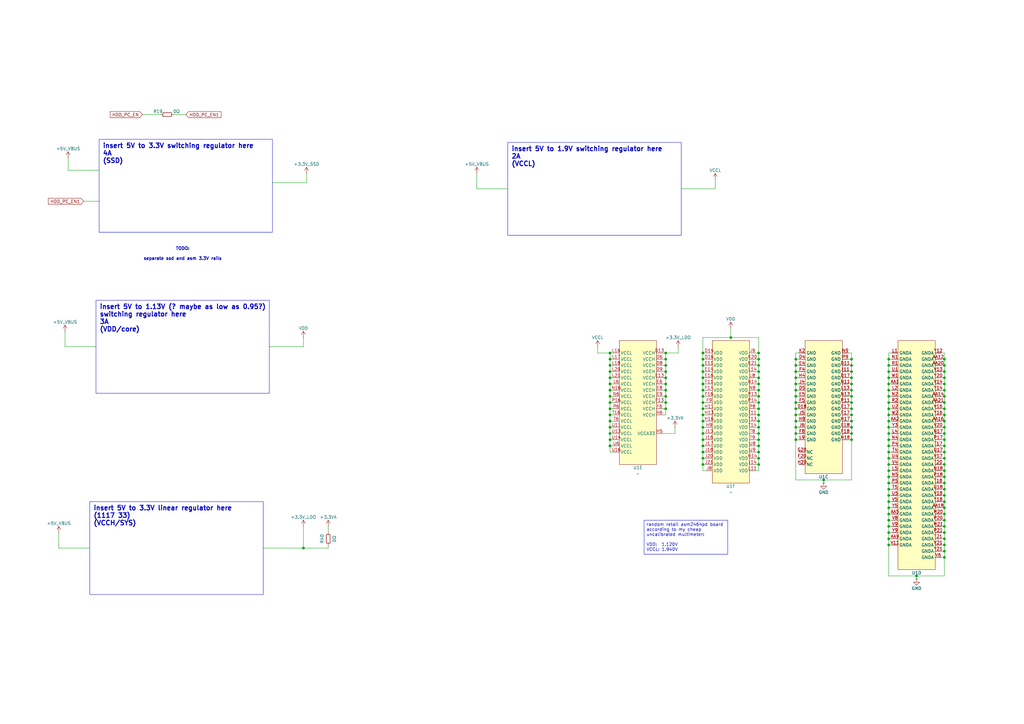
<source format=kicad_sch>
(kicad_sch (version 20250114) (generator "eeschema") (generator_version "9.0")
  (paper "A3")
  (title_block (title "ASM2464PD power") (company "WifiCable"))
  (lib_symbols
    (symbol "ASM2464PD_1"
      (property "Reference" "U1" (at 0 2.54 0))
      (property "Value" "~" (at 0 0 0))
      (symbol "ASM2464PD_1_1_1"
        (text "ASM2464PDX\nonly" (at -3.81 78.74 0) (effects (font (size 1.27 1.27))))
        (text "ASM2464PDX\nonly" (at -0.508 123.19 0) (effects (font (size 1.27 1.27))))
        (pin input line (at -24.13 128.27 0) (length 2.54) (name "UDP") (number "M1"))
        (pin input line (at -24.13 125.73 0) (length 2.54) (name "UDM") (number "M2"))
        (pin input line (at -24.13 120.65 0) (length 2.54) (name "URXP0") (number "P1"))
        (pin input line (at -24.13 118.11 0) (length 2.54) (name "URXN0") (number "P2"))
        (pin input line (at -24.13 114.3 0) (length 2.54) (name "UTXP0") (number "T1"))
        (pin input line (at -24.13 111.76 0) (length 2.54) (name "UTXN0") (number "T2"))
        (pin input line (at -24.13 107.95 0) (length 2.54) (name "URXP1") (number "Y2"))
        (pin input line (at -24.13 105.41 0) (length 2.54) (name "URXN1") (number "Y1"))
        (pin input line (at -24.13 101.6 0) (length 2.54) (name "UTXP1") (number "V2"))
        (pin input line (at -24.13 99.06 0) (length 2.54) (name "UTXN1") (number "V1"))
        (pin input line (at -24.13 93.98 0) (length 2.54) (name "CC1") (number "AA6"))
        (pin input line (at -24.13 91.44 0) (length 2.54) (name "CC2") (number "Y6"))
        (pin input line (at -24.13 86.36 0) (length 2.54) (name "SBU1") (number "K1"))
        (pin input line (at -24.13 83.82 0) (length 2.54) (name "SBU2") (number "J1"))
        (pin input line (at -24.13 78.74 0) (length 2.54) (name "REFCLKN0") (number "Y8"))
        (pin input line (at -24.13 76.2 0) (length 2.54) (name "REFCLKP0") (number "AA8"))
        (pin input line (at -24.13 72.39 0) (length 2.54) (name "NC/REFCLKN1") (number "Y11"))
        (pin input line (at -24.13 69.85 0) (length 2.54) (name "NC/REFCLKP1") (number "AA11"))
        (pin input line (at -24.13 66.04 0) (length 2.54) (name "NC/REFCLKN2") (number "Y10"))
        (pin input line (at -24.13 63.5 0) (length 2.54) (name "NC/REFCLKP2") (number "AA10"))
        (pin input line (at -24.13 59.69 0) (length 2.54) (name "NC/REFCLKN3") (number "Y7"))
        (pin input line (at -24.13 57.15 0) (length 2.54) (name "NC/REFCLKP3") (number "AA7"))
        (pin input line (at -24.13 50.8 0) (length 2.54) (name "PRXP0") (number "N21"))
        (pin input line (at -24.13 48.26 0) (length 2.54) (name "PRXN0") (number "N20"))
        (pin input line (at -24.13 45.72 0) (length 2.54) (name "PTXP0") (number "R20"))
        (pin input line (at -24.13 43.18 0) (length 2.54) (name "PTXN0") (number "R21"))
        (pin input line (at -24.13 39.37 0) (length 2.54) (name "PRXP1") (number "W21"))
        (pin input line (at -24.13 36.83 0) (length 2.54) (name "PRXN1") (number "W20"))
        (pin input line (at -24.13 34.29 0) (length 2.54) (name "PTXP1") (number "U20"))
        (pin input line (at -24.13 31.75 0) (length 2.54) (name "PTXN1") (number "U21"))
        (pin input line (at -24.13 27.94 0) (length 2.54) (name "PRXP2") (number "Y19"))
        (pin input line (at -24.13 25.4 0) (length 2.54) (name "PRXN2") (number "AA19"))
        (pin input line (at -24.13 22.86 0) (length 2.54) (name "PTXP2") (number "Y17"))
        (pin input line (at -24.13 20.32 0) (length 2.54) (name "PTXN2") (number "AA17"))
        (pin input line (at -24.13 16.51 0) (length 2.54) (name "PRXP3") (number "AA13"))
        (pin input line (at -24.13 13.97 0) (length 2.54) (name "PRXN3") (number "Y13"))
        (pin input line (at -24.13 11.43 0) (length 2.54) (name "PTXP3") (number "Y15"))
        (pin input line (at -24.13 8.89 0) (length 2.54) (name "PTXN3") (number "AA15"))
        (pin input line (at 24.13 128.27 180) (length 2.54) (name "PERST0#") (number "G21"))
        (pin input line (at 24.13 125.73 180) (length 2.54) (name "NC/PERST1#") (number "F21"))
        (pin input line (at 24.13 123.19 180) (length 2.54) (name "NC/PERST2#") (number "E21"))
        (pin input line (at 24.13 120.65 180) (length 2.54) (name "NC/PERST3#") (number "D21"))
        (pin input line (at 24.13 113.03 180) (length 2.54) (name "NVMeACTLED1/GPIO0") (number "D1"))
        (pin input line (at 24.13 110.49 180) (length 2.54) (name "I2C_INT/GPIO1") (number "C1"))
        (pin input line (at 24.13 107.95 180) (length 2.54) (name "PRSNT#/GPIO2") (number "B1"))
        (pin input line (at 24.13 105.41 180) (length 2.54) (name "NVMeACTLED2/GPIO3") (number "A1"))
        (pin input line (at 24.13 100.33 180) (length 2.54) (name "CLKREQ0#/GPIO8") (number "A19"))
        (pin input line (at 24.13 74.93 180) (length 2.54) (name "CLKREQ1#/GPIO14") (number "A20"))
        (pin input line (at 24.13 72.39 180) (length 2.54) (name "P1_LED/GPIO15") (number "A6"))
        (pin input line (at 24.13 69.85 180) (length 2.54) (name "P2_LED/GPIO16") (number "A7"))
        (pin input line (at 24.13 67.31 180) (length 2.54) (name "P3_LED/GPIO17") (number "A8"))
        (pin input line (at 24.13 64.77 180) (length 2.54) (name "P4_LED/GPIO18") (number "A9"))
        (pin input line (at 24.13 62.23 180) (length 2.54) (name "PRSNT1#/GPIO19") (number "A10"))
        (pin input line (at 24.13 59.69 180) (length 2.54) (name "HDDPC1/GPIO20") (number "A11"))
        (pin input line (at 24.13 57.15 180) (length 2.54) (name "PRSNT2#/GPIO21") (number "A12"))
        (pin input line (at 24.13 54.61 180) (length 2.54) (name "PE_WAKE#/GPIO22") (number "A13"))
        (pin input line (at 24.13 52.07 180) (length 2.54) (name "CLKREQ2#/GPIO23") (number "A14"))
        (pin input line (at 24.13 49.53 180) (length 2.54) (name "CLKREQ3#/GPIO24") (number "A15"))
        (pin input line (at 24.13 46.99 180) (length 2.54) (name "NVMeACTLED3/GPIO25") (number "A16"))
        (pin input line (at 24.13 44.45 180) (length 2.54) (name "NVMeACTLED4/GPIO26") (number "A17"))
        (pin input line (at 24.13 41.91 180) (length 2.54) (name "PRSNT3#/GPIO27") (number "A18"))
        (pin input line (at 24.13 34.29 180) (length 2.54) (name "TEST_EN") (number "H21"))
        (pin input line (at 24.13 31.75 180) (length 2.54) (name "VBUS") (number "G1"))
        (pin input line (at 24.13 29.21 180) (length 2.54) (name "RST#") (number "H1"))
        (pin input line (at 24.13 26.67 180) (length 2.54) (name "REXT") (number "AA3"))
        (pin input line (at 24.13 24.13 180) (length 2.54) (name "XI") (number "AA4"))
        (pin input line (at 24.13 21.59 180) (length 2.54) (name "XO") (number "Y4"))
        (pin input line (at 24.13 16.51 180) (length 2.54) (name "SPI_CLK") (number "A5"))
        (pin input line (at 24.13 13.97 180) (length 2.54) (name "SPI_DI") (number "A4"))
        (pin input line (at 24.13 11.43 180) (length 2.54) (name "SPI_CS#") (number "A2"))
        (pin input line (at 24.13 8.89 180) (length 2.54) (name "SPI_DO") (number "A3"))
      )
      (symbol "ASM2464PD_1_2_1"
        (pin input line (at -15.24 64.77 0) (length 2.54) (name "NC") (number "J2"))
        (pin input line (at -15.24 62.23 0) (length 2.54) (name "NC") (number "H2"))
        (pin input line (at -15.24 59.69 0) (length 2.54) (name "NC") (number "G2"))
        (pin input line (at -15.24 57.15 0) (length 2.54) (name "NC") (number "F2"))
        (pin input line (at -15.24 54.61 0) (length 2.54) (name "NC") (number "E2"))
        (pin input line (at -15.24 52.07 0) (length 2.54) (name "NC") (number "D2"))
        (pin input line (at -15.24 49.53 0) (length 2.54) (name "NC") (number "C2"))
        (pin input line (at -15.24 46.99 0) (length 2.54) (name "NC") (number "B2"))
        (pin input line (at -15.24 44.45 0) (length 2.54) (name "NC") (number "B3"))
        (pin input line (at -15.24 41.91 0) (length 2.54) (name "NC") (number "B4"))
        (pin input line (at -15.24 39.37 0) (length 2.54) (name "NC") (number "B5"))
        (pin input line (at -15.24 36.83 0) (length 2.54) (name "NC") (number "B6"))
        (pin input line (at -15.24 34.29 0) (length 2.54) (name "NC") (number "B7"))
        (pin input line (at -15.24 31.75 0) (length 2.54) (name "NC") (number "B8"))
        (pin input line (at -15.24 29.21 0) (length 2.54) (name "NC") (number "B9"))
        (pin input line (at -15.24 26.67 0) (length 2.54) (name "NC") (number "B10"))
        (pin input line (at -15.24 24.13 0) (length 2.54) (name "NC") (number "B11"))
        (pin input line (at -15.24 21.59 0) (length 2.54) (name "NC") (number "B12"))
        (pin input line (at -15.24 19.05 0) (length 2.54) (name "NC") (number "B13"))
        (pin input line (at -15.24 16.51 0) (length 2.54) (name "NC") (number "B14"))
        (pin input line (at -15.24 13.97 0) (length 2.54) (name "NC") (number "B15"))
        (pin input line (at -15.24 11.43 0) (length 2.54) (name "NC") (number "B16"))
        (pin input line (at -15.24 8.89 0) (length 2.54) (name "NC") (number "B17"))
        (pin input line (at -15.24 6.35 0) (length 2.54) (name "NC") (number "B18"))
        (pin input line (at 15.24 64.77 180) (length 2.54) (name "NC") (number "B20"))
        (pin input line (at 15.24 62.23 180) (length 2.54) (name "NC") (number "E20"))
        (pin input line (at 15.24 59.69 180) (length 2.54) (name "NC") (number "C20"))
        (pin input line (at 15.24 57.15 180) (length 2.54) (name "NC") (number "D20"))
        (pin input line (at 15.24 54.61 180) (length 2.54) (name "NC") (number "B19"))
        (pin input line (at 15.24 49.53 180) (length 2.54) (name "I2C_CLK_P") (number "E1"))
        (pin input line (at 15.24 46.99 180) (length 2.54) (name "I2C_DATA_P") (number "F1"))
        (pin input line (at 15.24 41.91 180) (length 2.54) (name "UART_RX") (number "A21"))
        (pin input line (at 15.24 39.37 180) (length 2.54) (name "UART_TX") (number "B21"))
        (pin input line (at 15.24 34.29 180) (length 2.54) (name "HDDPC") (number "C21"))
      )
      (symbol "ASM2464PD_1_3_1"
        (pin input line (at -10.16 53.34 0) (length 2.54) (name "GND") (number "K2"))
        (pin input line (at -10.16 50.8 0) (length 2.54) (name "GND") (number "D4"))
        (pin input line (at -10.16 48.26 0) (length 2.54) (name "GND") (number "E4"))
        (pin input line (at -10.16 45.72 0) (length 2.54) (name "GND") (number "F4"))
        (pin input line (at -10.16 43.18 0) (length 2.54) (name "GND") (number "H4"))
        (pin input line (at -10.16 40.64 0) (length 2.54) (name "GND") (number "J4"))
        (pin input line (at -10.16 38.1 0) (length 2.54) (name "GND") (number "D5"))
        (pin input line (at -10.16 35.56 0) (length 2.54) (name "GND") (number "E5"))
        (pin input line (at -10.16 33.02 0) (length 2.54) (name "GND") (number "F5"))
        (pin input line (at -10.16 30.48 0) (length 2.54) (name "GND") (number "D18"))
        (pin input line (at -10.16 27.94 0) (length 2.54) (name "GND") (number "J5"))
        (pin input line (at -10.16 25.4 0) (length 2.54) (name "GND") (number "H8"))
        (pin input line (at -10.16 22.86 0) (length 2.54) (name "GND") (number "J6"))
        (pin input line (at -10.16 20.32 0) (length 2.54) (name "GND") (number "F8"))
        (pin input line (at -10.16 17.78 0) (length 2.54) (name "GND") (number "L9"))
        (pin input line (at -10.16 12.7 0) (length 2.54) (name "NC") (number "G20"))
        (pin input line (at -10.16 10.16 0) (length 2.54) (name "NC") (number "F20"))
        (pin input line (at -10.16 7.62 0) (length 2.54) (name "NC") (number "H20"))
        (pin input line (at 10.16 53.34 180) (length 2.54) (name "GND") (number "N9"))
        (pin input line (at 10.16 50.8 180) (length 2.54) (name "GND") (number "P9"))
        (pin input line (at 10.16 48.26 180) (length 2.54) (name "GND") (number "D11"))
        (pin input line (at 10.16 45.72 180) (length 2.54) (name "GND") (number "J11"))
        (pin input line (at 10.16 43.18 180) (length 2.54) (name "GND") (number "D17"))
        (pin input line (at 10.16 40.64 180) (length 2.54) (name "GND") (number "N11"))
        (pin input line (at 10.16 38.1 180) (length 2.54) (name "GND") (number "L13"))
        (pin input line (at 10.16 35.56 180) (length 2.54) (name "GND") (number "N13"))
        (pin input line (at 10.16 33.02 180) (length 2.54) (name "GND") (number "P11"))
        (pin input line (at 10.16 30.48 180) (length 2.54) (name "GND") (number "E17"))
        (pin input line (at 10.16 27.94 180) (length 2.54) (name "GND") (number "F17"))
        (pin input line (at 10.16 25.4 180) (length 2.54) (name "GND") (number "H17"))
        (pin input line (at 10.16 22.86 180) (length 2.54) (name "GND") (number "E18"))
        (pin input line (at 10.16 20.32 180) (length 2.54) (name "GND") (number "F18"))
        (pin input line (at 10.16 17.78 180) (length 2.54) (name "GND") (number "H18"))
      )
      (symbol "ASM2464PD_1_4_1"
        (pin input line (at -10.16 92.71 0) (length 2.54) (name "GNDA") (number "L1"))
        (pin input line (at -10.16 90.17 0) (length 2.54) (name "GNDA") (number "N1"))
        (pin input line (at -10.16 87.63 0) (length 2.54) (name "GNDA") (number "R1"))
        (pin input line (at -10.16 85.09 0) (length 2.54) (name "GNDA") (number "U1"))
        (pin input line (at -10.16 82.55 0) (length 2.54) (name "GNDA") (number "W1"))
        (pin input line (at -10.16 80.01 0) (length 2.54) (name "GNDA") (number "AA1"))
        (pin input line (at -10.16 77.47 0) (length 2.54) (name "GNDA") (number "L2"))
        (pin input line (at -10.16 74.93 0) (length 2.54) (name "GNDA") (number "N2"))
        (pin input line (at -10.16 72.39 0) (length 2.54) (name "GNDA") (number "R2"))
        (pin input line (at -10.16 69.85 0) (length 2.54) (name "GNDA") (number "U2"))
        (pin input line (at -10.16 67.31 0) (length 2.54) (name "GNDA") (number "W2"))
        (pin input line (at -10.16 64.77 0) (length 2.54) (name "GNDA") (number "AA2"))
        (pin input line (at -10.16 62.23 0) (length 2.54) (name "GNDA") (number "Y3"))
        (pin input line (at -10.16 59.69 0) (length 2.54) (name "GNDA") (number "L4"))
        (pin input line (at -10.16 57.15 0) (length 2.54) (name "GNDA") (number "N4"))
        (pin input line (at -10.16 54.61 0) (length 2.54) (name "GNDA") (number "P4"))
        (pin input line (at -10.16 52.07 0) (length 2.54) (name "GNDA") (number "T4"))
        (pin input line (at -10.16 49.53 0) (length 2.54) (name "GNDA") (number "U4"))
        (pin input line (at -10.16 46.99 0) (length 2.54) (name "GNDA") (number "V4"))
        (pin input line (at -10.16 44.45 0) (length 2.54) (name "GNDA") (number "L5"))
        (pin input line (at -10.16 41.91 0) (length 2.54) (name "GNDA") (number "N5"))
        (pin input line (at -10.16 39.37 0) (length 2.54) (name "GNDA") (number "P5"))
        (pin input line (at -10.16 36.83 0) (length 2.54) (name "GNDA") (number "T5"))
        (pin input line (at -10.16 34.29 0) (length 2.54) (name "GNDA") (number "U5"))
        (pin input line (at -10.16 31.75 0) (length 2.54) (name "GNDA") (number "V5"))
        (pin input line (at -10.16 29.21 0) (length 2.54) (name "GNDA") (number "Y5"))
        (pin input line (at -10.16 26.67 0) (length 2.54) (name "GNDA") (number "AA5"))
        (pin input line (at -10.16 24.13 0) (length 2.54) (name "GNDA") (number "V8"))
        (pin input line (at -10.16 21.59 0) (length 2.54) (name "GNDA") (number "V9"))
        (pin input line (at -10.16 19.05 0) (length 2.54) (name "GNDA") (number "Y9"))
        (pin input line (at -10.16 16.51 0) (length 2.54) (name "GNDA") (number "AA9"))
        (pin input line (at -10.16 13.97 0) (length 2.54) (name "GNDA") (number "V11"))
        (pin input line (at 10.16 92.71 180) (length 2.54) (name "GNDA") (number "Y12"))
        (pin input line (at 10.16 90.17 180) (length 2.54) (name "GNDA") (number "AA12"))
        (pin input line (at 10.16 87.63 180) (length 2.54) (name "GNDA") (number "AA20"))
        (pin input line (at 10.16 85.09 180) (length 2.54) (name "GNDA") (number "V13"))
        (pin input line (at 10.16 82.55 180) (length 2.54) (name "GNDA") (number "Y20"))
        (pin input line (at 10.16 80.01 180) (length 2.54) (name "GNDA") (number "V14"))
        (pin input line (at 10.16 77.47 180) (length 2.54) (name "GNDA") (number "Y14"))
        (pin input line (at 10.16 74.93 180) (length 2.54) (name "GNDA") (number "AA14"))
        (pin input line (at 10.16 72.39 180) (length 2.54) (name "GNDA") (number "AA21"))
        (pin input line (at 10.16 69.85 180) (length 2.54) (name "GNDA") (number "V16"))
        (pin input line (at 10.16 67.31 180) (length 2.54) (name "GNDA") (number "Y16"))
        (pin input line (at 10.16 64.77 180) (length 2.54) (name "GNDA") (number "AA16"))
        (pin input line (at 10.16 62.23 180) (length 2.54) (name "GNDA") (number "V20"))
        (pin input line (at 10.16 59.69 180) (length 2.54) (name "GNDA") (number "N17"))
        (pin input line (at 10.16 57.15 180) (length 2.54) (name "GNDA") (number "P17"))
        (pin input line (at 10.16 54.61 180) (length 2.54) (name "GNDA") (number "T17"))
        (pin input line (at 10.16 52.07 180) (length 2.54) (name "GNDA") (number "U17"))
        (pin input line (at 10.16 49.53 180) (length 2.54) (name "GNDA") (number "V17"))
        (pin input line (at 10.16 46.99 180) (length 2.54) (name "GNDA") (number "T20"))
        (pin input line (at 10.16 44.45 180) (length 2.54) (name "GNDA") (number "N18"))
        (pin input line (at 10.16 41.91 180) (length 2.54) (name "GNDA") (number "P18"))
        (pin input line (at 10.16 39.37 180) (length 2.54) (name "GNDA") (number "T18"))
        (pin input line (at 10.16 36.83 180) (length 2.54) (name "GNDA") (number "U18"))
        (pin input line (at 10.16 34.29 180) (length 2.54) (name "GNDA") (number "V18"))
        (pin input line (at 10.16 31.75 180) (length 2.54) (name "GNDA") (number "Y18"))
        (pin input line (at 10.16 29.21 180) (length 2.54) (name "GNDA") (number "AA18"))
        (pin input line (at 10.16 26.67 180) (length 2.54) (name "GNDA") (number "M20"))
        (pin input line (at 10.16 24.13 180) (length 2.54) (name "GNDA") (number "P20"))
        (pin input line (at 10.16 21.59 180) (length 2.54) (name "GNDA") (number "M21"))
        (pin input line (at 10.16 19.05 180) (length 2.54) (name "GNDA") (number "P21"))
        (pin input line (at 10.16 16.51 180) (length 2.54) (name "GNDA") (number "T21"))
        (pin input line (at 10.16 13.97 180) (length 2.54) (name "GNDA") (number "V21"))
        (pin input line (at 10.16 11.43 180) (length 2.54) (name "GNDA") (number "Y21"))
        (pin input line (at 10.16 8.89 180) (length 2.54) (name "GNDA") (number "V6"))
      )
      (symbol "ASM2464PD_1_5_1"
        (pin input line (at -10.16 49.53 0) (length 2.54) (name "VCCL") (number "L16"))
        (pin input line (at -10.16 46.99 0) (length 2.54) (name "VCCL") (number "L17"))
        (pin input line (at -10.16 44.45 0) (length 2.54) (name "VCCL") (number "L18"))
        (pin input line (at -10.16 41.91 0) (length 2.54) (name "VCCL") (number "L20"))
        (pin input line (at -10.16 39.37 0) (length 2.54) (name "VCCL") (number "L21"))
        (pin input line (at -10.16 36.83 0) (length 2.54) (name "VCCL") (number "L6"))
        (pin input line (at -10.16 34.29 0) (length 2.54) (name "VCCL") (number "N16"))
        (pin input line (at -10.16 31.75 0) (length 2.54) (name "VCCL") (number "N6"))
        (pin input line (at -10.16 29.21 0) (length 2.54) (name "VCCL") (number "P16"))
        (pin input line (at -10.16 26.67 0) (length 2.54) (name "VCCL") (number "P6"))
        (pin input line (at -10.16 24.13 0) (length 2.54) (name "VCCL") (number "T16"))
        (pin input line (at -10.16 21.59 0) (length 2.54) (name "VCCL") (number "T6"))
        (pin input line (at -10.16 19.05 0) (length 2.54) (name "VCCL") (number "U11"))
        (pin input line (at -10.16 16.51 0) (length 2.54) (name "VCCL") (number "U13"))
        (pin input line (at -10.16 13.97 0) (length 2.54) (name "VCCL") (number "U14"))
        (pin input line (at -10.16 11.43 0) (length 2.54) (name "VCCL") (number "U6"))
        (pin input line (at -10.16 8.89 0) (length 2.54) (name "VCCL") (number "U16"))
        (pin input line (at 10.16 49.53 180) (length 2.54) (name "VCCH") (number "D13"))
        (pin input line (at 10.16 46.99 180) (length 2.54) (name "VCCH") (number "D6"))
        (pin input line (at 10.16 44.45 180) (length 2.54) (name "VCCH") (number "D8"))
        (pin input line (at 10.16 41.91 180) (length 2.54) (name "VCCH") (number "D9"))
        (pin input line (at 10.16 39.37 180) (length 2.54) (name "VCCH") (number "E13"))
        (pin input line (at 10.16 36.83 180) (length 2.54) (name "VCCH") (number "E6"))
        (pin input line (at 10.16 34.29 180) (length 2.54) (name "VCCH") (number "E8"))
        (pin input line (at 10.16 31.75 180) (length 2.54) (name "VCCH") (number "E9"))
        (pin input line (at 10.16 29.21 180) (length 2.54) (name "VCCH") (number "F13"))
        (pin input line (at 10.16 26.67 180) (length 2.54) (name "VCCH") (number "F6"))
        (pin input line (at 10.16 24.13 180) (length 2.54) (name "VCCH") (number "H6"))
        (pin input line (at 10.16 16.51 180) (length 2.54) (name "VCCA33") (number "H5"))
      )
      (symbol "ASM2464PD_1_6_1"
        (pin input line (at -10.16 57.15 0) (length 2.54) (name "VDD") (number "D14"))
        (pin input line (at -10.16 54.61 0) (length 2.54) (name "VDD") (number "D16"))
        (pin input line (at -10.16 52.07 0) (length 2.54) (name "VDD") (number "E11"))
        (pin input line (at -10.16 49.53 0) (length 2.54) (name "VDD") (number "E14"))
        (pin input line (at -10.16 46.99 0) (length 2.54) (name "VDD") (number "E16"))
        (pin input line (at -10.16 44.45 0) (length 2.54) (name "VDD") (number "F11"))
        (pin input line (at -10.16 41.91 0) (length 2.54) (name "VDD") (number "F14"))
        (pin input line (at -10.16 39.37 0) (length 2.54) (name "VDD") (number "F16"))
        (pin input line (at -10.16 36.83 0) (length 2.54) (name "VDD") (number "F9"))
        (pin input line (at -10.16 34.29 0) (length 2.54) (name "VDD") (number "H11"))
        (pin input line (at -10.16 31.75 0) (length 2.54) (name "VDD") (number "H13"))
        (pin input line (at -10.16 29.21 0) (length 2.54) (name "VDD") (number "H16"))
        (pin input line (at -10.16 26.67 0) (length 2.54) (name "VDD") (number "H9"))
        (pin input line (at -10.16 24.13 0) (length 2.54) (name "VDD") (number "J13"))
        (pin input line (at -10.16 21.59 0) (length 2.54) (name "VDD") (number "J16"))
        (pin input line (at -10.16 19.05 0) (length 2.54) (name "VDD") (number "J17"))
        (pin input line (at -10.16 16.51 0) (length 2.54) (name "VDD") (number "J18"))
        (pin input line (at -10.16 13.97 0) (length 2.54) (name "VDD") (number "J20"))
        (pin input line (at -10.16 11.43 0) (length 2.54) (name "VDD") (number "J21"))
        (pin input line (at -10.16 8.89 0) (length 2.54) (name "VDD") (number "J8"))
        (pin input line (at 10.16 57.15 180) (length 2.54) (name "VDD") (number "J9"))
        (pin input line (at 10.16 54.61 180) (length 2.54) (name "VDD") (number "K20"))
        (pin input line (at 10.16 52.07 180) (length 2.54) (name "VDD") (number "K21"))
        (pin input line (at 10.16 49.53 180) (length 2.54) (name "VDD") (number "L14"))
        (pin input line (at 10.16 46.99 180) (length 2.54) (name "VDD") (number "L8"))
        (pin input line (at 10.16 44.45 180) (length 2.54) (name "VDD") (number "N14"))
        (pin input line (at 10.16 41.91 180) (length 2.54) (name "VDD") (number "N8"))
        (pin input line (at 10.16 39.37 180) (length 2.54) (name "VDD") (number "P13"))
        (pin input line (at 10.16 36.83 180) (length 2.54) (name "VDD") (number "P14"))
        (pin input line (at 10.16 34.29 180) (length 2.54) (name "VDD") (number "P8"))
        (pin input line (at 10.16 31.75 180) (length 2.54) (name "VDD") (number "T11"))
        (pin input line (at 10.16 29.21 180) (length 2.54) (name "VDD") (number "T13"))
        (pin input line (at 10.16 26.67 180) (length 2.54) (name "VDD") (number "T14"))
        (pin input line (at 10.16 24.13 180) (length 2.54) (name "VDD") (number "T8"))
        (pin input line (at 10.16 21.59 180) (length 2.54) (name "VDD") (number "T9"))
        (pin input line (at 10.16 19.05 180) (length 2.54) (name "VDD") (number "U8"))
        (pin input line (at 10.16 16.51 180) (length 2.54) (name "VDD") (number "U9"))
        (pin input line (at 10.16 13.97 180) (length 2.54) (name "VDD") (number "H14"))
        (pin input line (at 10.16 11.43 180) (length 2.54) (name "VDD") (number "J14"))
        (pin input line (at 10.16 8.89 180) (length 2.54) (name "VDD") (number "L11"))
      )
    )
    (symbol "ASM2464PD_4"
      (property "Reference" "U1" (at 0 2.54 0))
      (property "Value" "~" (at 0 0 0))
      (symbol "ASM2464PD_4_1_1"
        (text "ASM2464PDX\nonly" (at -3.81 78.74 0) (effects (font (size 1.27 1.27))))
        (text "ASM2464PDX\nonly" (at -0.508 123.19 0) (effects (font (size 1.27 1.27))))
        (pin input line (at -24.13 128.27 0) (length 2.54) (name "UDP") (number "M1"))
        (pin input line (at -24.13 125.73 0) (length 2.54) (name "UDM") (number "M2"))
        (pin input line (at -24.13 120.65 0) (length 2.54) (name "URXP0") (number "P1"))
        (pin input line (at -24.13 118.11 0) (length 2.54) (name "URXN0") (number "P2"))
        (pin input line (at -24.13 114.3 0) (length 2.54) (name "UTXP0") (number "T1"))
        (pin input line (at -24.13 111.76 0) (length 2.54) (name "UTXN0") (number "T2"))
        (pin input line (at -24.13 107.95 0) (length 2.54) (name "URXP1") (number "Y2"))
        (pin input line (at -24.13 105.41 0) (length 2.54) (name "URXN1") (number "Y1"))
        (pin input line (at -24.13 101.6 0) (length 2.54) (name "UTXP1") (number "V2"))
        (pin input line (at -24.13 99.06 0) (length 2.54) (name "UTXN1") (number "V1"))
        (pin input line (at -24.13 93.98 0) (length 2.54) (name "CC1") (number "AA6"))
        (pin input line (at -24.13 91.44 0) (length 2.54) (name "CC2") (number "Y6"))
        (pin input line (at -24.13 86.36 0) (length 2.54) (name "SBU1") (number "K1"))
        (pin input line (at -24.13 83.82 0) (length 2.54) (name "SBU2") (number "J1"))
        (pin input line (at -24.13 78.74 0) (length 2.54) (name "REFCLKN0") (number "Y8"))
        (pin input line (at -24.13 76.2 0) (length 2.54) (name "REFCLKP0") (number "AA8"))
        (pin input line (at -24.13 72.39 0) (length 2.54) (name "NC/REFCLKN1") (number "Y11"))
        (pin input line (at -24.13 69.85 0) (length 2.54) (name "NC/REFCLKP1") (number "AA11"))
        (pin input line (at -24.13 66.04 0) (length 2.54) (name "NC/REFCLKN2") (number "Y10"))
        (pin input line (at -24.13 63.5 0) (length 2.54) (name "NC/REFCLKP2") (number "AA10"))
        (pin input line (at -24.13 59.69 0) (length 2.54) (name "NC/REFCLKN3") (number "Y7"))
        (pin input line (at -24.13 57.15 0) (length 2.54) (name "NC/REFCLKP3") (number "AA7"))
        (pin input line (at -24.13 50.8 0) (length 2.54) (name "PRXP0") (number "N21"))
        (pin input line (at -24.13 48.26 0) (length 2.54) (name "PRXN0") (number "N20"))
        (pin input line (at -24.13 45.72 0) (length 2.54) (name "PTXP0") (number "R20"))
        (pin input line (at -24.13 43.18 0) (length 2.54) (name "PTXN0") (number "R21"))
        (pin input line (at -24.13 39.37 0) (length 2.54) (name "PRXP1") (number "W21"))
        (pin input line (at -24.13 36.83 0) (length 2.54) (name "PRXN1") (number "W20"))
        (pin input line (at -24.13 34.29 0) (length 2.54) (name "PTXP1") (number "U20"))
        (pin input line (at -24.13 31.75 0) (length 2.54) (name "PTXN1") (number "U21"))
        (pin input line (at -24.13 27.94 0) (length 2.54) (name "PRXP2") (number "Y19"))
        (pin input line (at -24.13 25.4 0) (length 2.54) (name "PRXN2") (number "AA19"))
        (pin input line (at -24.13 22.86 0) (length 2.54) (name "PTXP2") (number "Y17"))
        (pin input line (at -24.13 20.32 0) (length 2.54) (name "PTXN2") (number "AA17"))
        (pin input line (at -24.13 16.51 0) (length 2.54) (name "PRXP3") (number "AA13"))
        (pin input line (at -24.13 13.97 0) (length 2.54) (name "PRXN3") (number "Y13"))
        (pin input line (at -24.13 11.43 0) (length 2.54) (name "PTXP3") (number "Y15"))
        (pin input line (at -24.13 8.89 0) (length 2.54) (name "PTXN3") (number "AA15"))
        (pin input line (at 24.13 128.27 180) (length 2.54) (name "PERST0#") (number "G21"))
        (pin input line (at 24.13 125.73 180) (length 2.54) (name "NC/PERST1#") (number "F21"))
        (pin input line (at 24.13 123.19 180) (length 2.54) (name "NC/PERST2#") (number "E21"))
        (pin input line (at 24.13 120.65 180) (length 2.54) (name "NC/PERST3#") (number "D21"))
        (pin input line (at 24.13 113.03 180) (length 2.54) (name "NVMeACTLED1/GPIO0") (number "D1"))
        (pin input line (at 24.13 110.49 180) (length 2.54) (name "I2C_INT/GPIO1") (number "C1"))
        (pin input line (at 24.13 107.95 180) (length 2.54) (name "PRSNT#/GPIO2") (number "B1"))
        (pin input line (at 24.13 105.41 180) (length 2.54) (name "NVMeACTLED2/GPIO3") (number "A1"))
        (pin input line (at 24.13 100.33 180) (length 2.54) (name "CLKREQ0#/GPIO8") (number "A19"))
        (pin input line (at 24.13 74.93 180) (length 2.54) (name "CLKREQ1#/GPIO14") (number "A20"))
        (pin input line (at 24.13 72.39 180) (length 2.54) (name "P1_LED/GPIO15") (number "A6"))
        (pin input line (at 24.13 69.85 180) (length 2.54) (name "P2_LED/GPIO16") (number "A7"))
        (pin input line (at 24.13 67.31 180) (length 2.54) (name "P3_LED/GPIO17") (number "A8"))
        (pin input line (at 24.13 64.77 180) (length 2.54) (name "P4_LED/GPIO18") (number "A9"))
        (pin input line (at 24.13 62.23 180) (length 2.54) (name "PRSNT1#/GPIO19") (number "A10"))
        (pin input line (at 24.13 59.69 180) (length 2.54) (name "HDDPC1/GPIO20") (number "A11"))
        (pin input line (at 24.13 57.15 180) (length 2.54) (name "PRSNT2#/GPIO21") (number "A12"))
        (pin input line (at 24.13 54.61 180) (length 2.54) (name "PE_WAKE#/GPIO22") (number "A13"))
        (pin input line (at 24.13 52.07 180) (length 2.54) (name "CLKREQ2#/GPIO23") (number "A14"))
        (pin input line (at 24.13 49.53 180) (length 2.54) (name "CLKREQ3#/GPIO24") (number "A15"))
        (pin input line (at 24.13 46.99 180) (length 2.54) (name "NVMeACTLED3/GPIO25") (number "A16"))
        (pin input line (at 24.13 44.45 180) (length 2.54) (name "NVMeACTLED4/GPIO26") (number "A17"))
        (pin input line (at 24.13 41.91 180) (length 2.54) (name "PRSNT3#/GPIO27") (number "A18"))
        (pin input line (at 24.13 34.29 180) (length 2.54) (name "TEST_EN") (number "H21"))
        (pin input line (at 24.13 31.75 180) (length 2.54) (name "VBUS") (number "G1"))
        (pin input line (at 24.13 29.21 180) (length 2.54) (name "RST#") (number "H1"))
        (pin input line (at 24.13 26.67 180) (length 2.54) (name "REXT") (number "AA3"))
        (pin input line (at 24.13 24.13 180) (length 2.54) (name "XI") (number "AA4"))
        (pin input line (at 24.13 21.59 180) (length 2.54) (name "XO") (number "Y4"))
        (pin input line (at 24.13 16.51 180) (length 2.54) (name "SPI_CLK") (number "A5"))
        (pin input line (at 24.13 13.97 180) (length 2.54) (name "SPI_DI") (number "A4"))
        (pin input line (at 24.13 11.43 180) (length 2.54) (name "SPI_CS#") (number "A2"))
        (pin input line (at 24.13 8.89 180) (length 2.54) (name "SPI_DO") (number "A3"))
      )
      (symbol "ASM2464PD_4_2_1"
        (pin input line (at -15.24 64.77 0) (length 2.54) (name "NC") (number "J2"))
        (pin input line (at -15.24 62.23 0) (length 2.54) (name "NC") (number "H2"))
        (pin input line (at -15.24 59.69 0) (length 2.54) (name "NC") (number "G2"))
        (pin input line (at -15.24 57.15 0) (length 2.54) (name "NC") (number "F2"))
        (pin input line (at -15.24 54.61 0) (length 2.54) (name "NC") (number "E2"))
        (pin input line (at -15.24 52.07 0) (length 2.54) (name "NC") (number "D2"))
        (pin input line (at -15.24 49.53 0) (length 2.54) (name "NC") (number "C2"))
        (pin input line (at -15.24 46.99 0) (length 2.54) (name "NC") (number "B2"))
        (pin input line (at -15.24 44.45 0) (length 2.54) (name "NC") (number "B3"))
        (pin input line (at -15.24 41.91 0) (length 2.54) (name "NC") (number "B4"))
        (pin input line (at -15.24 39.37 0) (length 2.54) (name "NC") (number "B5"))
        (pin input line (at -15.24 36.83 0) (length 2.54) (name "NC") (number "B6"))
        (pin input line (at -15.24 34.29 0) (length 2.54) (name "NC") (number "B7"))
        (pin input line (at -15.24 31.75 0) (length 2.54) (name "NC") (number "B8"))
        (pin input line (at -15.24 29.21 0) (length 2.54) (name "NC") (number "B9"))
        (pin input line (at -15.24 26.67 0) (length 2.54) (name "NC") (number "B10"))
        (pin input line (at -15.24 24.13 0) (length 2.54) (name "NC") (number "B11"))
        (pin input line (at -15.24 21.59 0) (length 2.54) (name "NC") (number "B12"))
        (pin input line (at -15.24 19.05 0) (length 2.54) (name "NC") (number "B13"))
        (pin input line (at -15.24 16.51 0) (length 2.54) (name "NC") (number "B14"))
        (pin input line (at -15.24 13.97 0) (length 2.54) (name "NC") (number "B15"))
        (pin input line (at -15.24 11.43 0) (length 2.54) (name "NC") (number "B16"))
        (pin input line (at -15.24 8.89 0) (length 2.54) (name "NC") (number "B17"))
        (pin input line (at -15.24 6.35 0) (length 2.54) (name "NC") (number "B18"))
        (pin input line (at 15.24 64.77 180) (length 2.54) (name "NC") (number "B20"))
        (pin input line (at 15.24 62.23 180) (length 2.54) (name "NC") (number "E20"))
        (pin input line (at 15.24 59.69 180) (length 2.54) (name "NC") (number "C20"))
        (pin input line (at 15.24 57.15 180) (length 2.54) (name "NC") (number "D20"))
        (pin input line (at 15.24 54.61 180) (length 2.54) (name "NC") (number "B19"))
        (pin input line (at 15.24 49.53 180) (length 2.54) (name "I2C_CLK_P") (number "E1"))
        (pin input line (at 15.24 46.99 180) (length 2.54) (name "I2C_DATA_P") (number "F1"))
        (pin input line (at 15.24 41.91 180) (length 2.54) (name "UART_RX") (number "A21"))
        (pin input line (at 15.24 39.37 180) (length 2.54) (name "UART_TX") (number "B21"))
        (pin input line (at 15.24 34.29 180) (length 2.54) (name "HDDPC") (number "C21"))
      )
      (symbol "ASM2464PD_4_3_1"
        (pin input line (at -10.16 53.34 0) (length 2.54) (name "GND") (number "K2"))
        (pin input line (at -10.16 50.8 0) (length 2.54) (name "GND") (number "D4"))
        (pin input line (at -10.16 48.26 0) (length 2.54) (name "GND") (number "E4"))
        (pin input line (at -10.16 45.72 0) (length 2.54) (name "GND") (number "F4"))
        (pin input line (at -10.16 43.18 0) (length 2.54) (name "GND") (number "H4"))
        (pin input line (at -10.16 40.64 0) (length 2.54) (name "GND") (number "J4"))
        (pin input line (at -10.16 38.1 0) (length 2.54) (name "GND") (number "D5"))
        (pin input line (at -10.16 35.56 0) (length 2.54) (name "GND") (number "E5"))
        (pin input line (at -10.16 33.02 0) (length 2.54) (name "GND") (number "F5"))
        (pin input line (at -10.16 30.48 0) (length 2.54) (name "GND") (number "D18"))
        (pin input line (at -10.16 27.94 0) (length 2.54) (name "GND") (number "J5"))
        (pin input line (at -10.16 25.4 0) (length 2.54) (name "GND") (number "H8"))
        (pin input line (at -10.16 22.86 0) (length 2.54) (name "GND") (number "J6"))
        (pin input line (at -10.16 20.32 0) (length 2.54) (name "GND") (number "F8"))
        (pin input line (at -10.16 17.78 0) (length 2.54) (name "GND") (number "L9"))
        (pin input line (at -10.16 12.7 0) (length 2.54) (name "NC") (number "G20"))
        (pin input line (at -10.16 10.16 0) (length 2.54) (name "NC") (number "F20"))
        (pin input line (at -10.16 7.62 0) (length 2.54) (name "NC") (number "H20"))
        (pin input line (at 10.16 53.34 180) (length 2.54) (name "GND") (number "N9"))
        (pin input line (at 10.16 50.8 180) (length 2.54) (name "GND") (number "P9"))
        (pin input line (at 10.16 48.26 180) (length 2.54) (name "GND") (number "D11"))
        (pin input line (at 10.16 45.72 180) (length 2.54) (name "GND") (number "J11"))
        (pin input line (at 10.16 43.18 180) (length 2.54) (name "GND") (number "D17"))
        (pin input line (at 10.16 40.64 180) (length 2.54) (name "GND") (number "N11"))
        (pin input line (at 10.16 38.1 180) (length 2.54) (name "GND") (number "L13"))
        (pin input line (at 10.16 35.56 180) (length 2.54) (name "GND") (number "N13"))
        (pin input line (at 10.16 33.02 180) (length 2.54) (name "GND") (number "P11"))
        (pin input line (at 10.16 30.48 180) (length 2.54) (name "GND") (number "E17"))
        (pin input line (at 10.16 27.94 180) (length 2.54) (name "GND") (number "F17"))
        (pin input line (at 10.16 25.4 180) (length 2.54) (name "GND") (number "H17"))
        (pin input line (at 10.16 22.86 180) (length 2.54) (name "GND") (number "E18"))
        (pin input line (at 10.16 20.32 180) (length 2.54) (name "GND") (number "F18"))
        (pin input line (at 10.16 17.78 180) (length 2.54) (name "GND") (number "H18"))
      )
      (symbol "ASM2464PD_4_4_1"
        (pin input line (at -10.16 92.71 0) (length 2.54) (name "GNDA") (number "L1"))
        (pin input line (at -10.16 90.17 0) (length 2.54) (name "GNDA") (number "N1"))
        (pin input line (at -10.16 87.63 0) (length 2.54) (name "GNDA") (number "R1"))
        (pin input line (at -10.16 85.09 0) (length 2.54) (name "GNDA") (number "U1"))
        (pin input line (at -10.16 82.55 0) (length 2.54) (name "GNDA") (number "W1"))
        (pin input line (at -10.16 80.01 0) (length 2.54) (name "GNDA") (number "AA1"))
        (pin input line (at -10.16 77.47 0) (length 2.54) (name "GNDA") (number "L2"))
        (pin input line (at -10.16 74.93 0) (length 2.54) (name "GNDA") (number "N2"))
        (pin input line (at -10.16 72.39 0) (length 2.54) (name "GNDA") (number "R2"))
        (pin input line (at -10.16 69.85 0) (length 2.54) (name "GNDA") (number "U2"))
        (pin input line (at -10.16 67.31 0) (length 2.54) (name "GNDA") (number "W2"))
        (pin input line (at -10.16 64.77 0) (length 2.54) (name "GNDA") (number "AA2"))
        (pin input line (at -10.16 62.23 0) (length 2.54) (name "GNDA") (number "Y3"))
        (pin input line (at -10.16 59.69 0) (length 2.54) (name "GNDA") (number "L4"))
        (pin input line (at -10.16 57.15 0) (length 2.54) (name "GNDA") (number "N4"))
        (pin input line (at -10.16 54.61 0) (length 2.54) (name "GNDA") (number "P4"))
        (pin input line (at -10.16 52.07 0) (length 2.54) (name "GNDA") (number "T4"))
        (pin input line (at -10.16 49.53 0) (length 2.54) (name "GNDA") (number "U4"))
        (pin input line (at -10.16 46.99 0) (length 2.54) (name "GNDA") (number "V4"))
        (pin input line (at -10.16 44.45 0) (length 2.54) (name "GNDA") (number "L5"))
        (pin input line (at -10.16 41.91 0) (length 2.54) (name "GNDA") (number "N5"))
        (pin input line (at -10.16 39.37 0) (length 2.54) (name "GNDA") (number "P5"))
        (pin input line (at -10.16 36.83 0) (length 2.54) (name "GNDA") (number "T5"))
        (pin input line (at -10.16 34.29 0) (length 2.54) (name "GNDA") (number "U5"))
        (pin input line (at -10.16 31.75 0) (length 2.54) (name "GNDA") (number "V5"))
        (pin input line (at -10.16 29.21 0) (length 2.54) (name "GNDA") (number "Y5"))
        (pin input line (at -10.16 26.67 0) (length 2.54) (name "GNDA") (number "AA5"))
        (pin input line (at -10.16 24.13 0) (length 2.54) (name "GNDA") (number "V8"))
        (pin input line (at -10.16 21.59 0) (length 2.54) (name "GNDA") (number "V9"))
        (pin input line (at -10.16 19.05 0) (length 2.54) (name "GNDA") (number "Y9"))
        (pin input line (at -10.16 16.51 0) (length 2.54) (name "GNDA") (number "AA9"))
        (pin input line (at -10.16 13.97 0) (length 2.54) (name "GNDA") (number "V11"))
        (pin input line (at 10.16 92.71 180) (length 2.54) (name "GNDA") (number "Y12"))
        (pin input line (at 10.16 90.17 180) (length 2.54) (name "GNDA") (number "AA12"))
        (pin input line (at 10.16 87.63 180) (length 2.54) (name "GNDA") (number "AA20"))
        (pin input line (at 10.16 85.09 180) (length 2.54) (name "GNDA") (number "V13"))
        (pin input line (at 10.16 82.55 180) (length 2.54) (name "GNDA") (number "Y20"))
        (pin input line (at 10.16 80.01 180) (length 2.54) (name "GNDA") (number "V14"))
        (pin input line (at 10.16 77.47 180) (length 2.54) (name "GNDA") (number "Y14"))
        (pin input line (at 10.16 74.93 180) (length 2.54) (name "GNDA") (number "AA14"))
        (pin input line (at 10.16 72.39 180) (length 2.54) (name "GNDA") (number "AA21"))
        (pin input line (at 10.16 69.85 180) (length 2.54) (name "GNDA") (number "V16"))
        (pin input line (at 10.16 67.31 180) (length 2.54) (name "GNDA") (number "Y16"))
        (pin input line (at 10.16 64.77 180) (length 2.54) (name "GNDA") (number "AA16"))
        (pin input line (at 10.16 62.23 180) (length 2.54) (name "GNDA") (number "V20"))
        (pin input line (at 10.16 59.69 180) (length 2.54) (name "GNDA") (number "N17"))
        (pin input line (at 10.16 57.15 180) (length 2.54) (name "GNDA") (number "P17"))
        (pin input line (at 10.16 54.61 180) (length 2.54) (name "GNDA") (number "T17"))
        (pin input line (at 10.16 52.07 180) (length 2.54) (name "GNDA") (number "U17"))
        (pin input line (at 10.16 49.53 180) (length 2.54) (name "GNDA") (number "V17"))
        (pin input line (at 10.16 46.99 180) (length 2.54) (name "GNDA") (number "T20"))
        (pin input line (at 10.16 44.45 180) (length 2.54) (name "GNDA") (number "N18"))
        (pin input line (at 10.16 41.91 180) (length 2.54) (name "GNDA") (number "P18"))
        (pin input line (at 10.16 39.37 180) (length 2.54) (name "GNDA") (number "T18"))
        (pin input line (at 10.16 36.83 180) (length 2.54) (name "GNDA") (number "U18"))
        (pin input line (at 10.16 34.29 180) (length 2.54) (name "GNDA") (number "V18"))
        (pin input line (at 10.16 31.75 180) (length 2.54) (name "GNDA") (number "Y18"))
        (pin input line (at 10.16 29.21 180) (length 2.54) (name "GNDA") (number "AA18"))
        (pin input line (at 10.16 26.67 180) (length 2.54) (name "GNDA") (number "M20"))
        (pin input line (at 10.16 24.13 180) (length 2.54) (name "GNDA") (number "P20"))
        (pin input line (at 10.16 21.59 180) (length 2.54) (name "GNDA") (number "M21"))
        (pin input line (at 10.16 19.05 180) (length 2.54) (name "GNDA") (number "P21"))
        (pin input line (at 10.16 16.51 180) (length 2.54) (name "GNDA") (number "T21"))
        (pin input line (at 10.16 13.97 180) (length 2.54) (name "GNDA") (number "V21"))
        (pin input line (at 10.16 11.43 180) (length 2.54) (name "GNDA") (number "Y21"))
        (pin input line (at 10.16 8.89 180) (length 2.54) (name "GNDA") (number "V6"))
      )
      (symbol "ASM2464PD_4_5_1"
        (pin input line (at -10.16 49.53 0) (length 2.54) (name "VCCL") (number "L16"))
        (pin input line (at -10.16 46.99 0) (length 2.54) (name "VCCL") (number "L17"))
        (pin input line (at -10.16 44.45 0) (length 2.54) (name "VCCL") (number "L18"))
        (pin input line (at -10.16 41.91 0) (length 2.54) (name "VCCL") (number "L20"))
        (pin input line (at -10.16 39.37 0) (length 2.54) (name "VCCL") (number "L21"))
        (pin input line (at -10.16 36.83 0) (length 2.54) (name "VCCL") (number "L6"))
        (pin input line (at -10.16 34.29 0) (length 2.54) (name "VCCL") (number "N16"))
        (pin input line (at -10.16 31.75 0) (length 2.54) (name "VCCL") (number "N6"))
        (pin input line (at -10.16 29.21 0) (length 2.54) (name "VCCL") (number "P16"))
        (pin input line (at -10.16 26.67 0) (length 2.54) (name "VCCL") (number "P6"))
        (pin input line (at -10.16 24.13 0) (length 2.54) (name "VCCL") (number "T16"))
        (pin input line (at -10.16 21.59 0) (length 2.54) (name "VCCL") (number "T6"))
        (pin input line (at -10.16 19.05 0) (length 2.54) (name "VCCL") (number "U11"))
        (pin input line (at -10.16 16.51 0) (length 2.54) (name "VCCL") (number "U13"))
        (pin input line (at -10.16 13.97 0) (length 2.54) (name "VCCL") (number "U14"))
        (pin input line (at -10.16 11.43 0) (length 2.54) (name "VCCL") (number "U6"))
        (pin input line (at -10.16 8.89 0) (length 2.54) (name "VCCL") (number "U16"))
        (pin input line (at 10.16 49.53 180) (length 2.54) (name "VCCH") (number "D13"))
        (pin input line (at 10.16 46.99 180) (length 2.54) (name "VCCH") (number "D6"))
        (pin input line (at 10.16 44.45 180) (length 2.54) (name "VCCH") (number "D8"))
        (pin input line (at 10.16 41.91 180) (length 2.54) (name "VCCH") (number "D9"))
        (pin input line (at 10.16 39.37 180) (length 2.54) (name "VCCH") (number "E13"))
        (pin input line (at 10.16 36.83 180) (length 2.54) (name "VCCH") (number "E6"))
        (pin input line (at 10.16 34.29 180) (length 2.54) (name "VCCH") (number "E8"))
        (pin input line (at 10.16 31.75 180) (length 2.54) (name "VCCH") (number "E9"))
        (pin input line (at 10.16 29.21 180) (length 2.54) (name "VCCH") (number "F13"))
        (pin input line (at 10.16 26.67 180) (length 2.54) (name "VCCH") (number "F6"))
        (pin input line (at 10.16 24.13 180) (length 2.54) (name "VCCH") (number "H6"))
        (pin input line (at 10.16 16.51 180) (length 2.54) (name "VCCA33") (number "H5"))
      )
      (symbol "ASM2464PD_4_6_1"
        (pin input line (at -10.16 57.15 0) (length 2.54) (name "VDD") (number "D14"))
        (pin input line (at -10.16 54.61 0) (length 2.54) (name "VDD") (number "D16"))
        (pin input line (at -10.16 52.07 0) (length 2.54) (name "VDD") (number "E11"))
        (pin input line (at -10.16 49.53 0) (length 2.54) (name "VDD") (number "E14"))
        (pin input line (at -10.16 46.99 0) (length 2.54) (name "VDD") (number "E16"))
        (pin input line (at -10.16 44.45 0) (length 2.54) (name "VDD") (number "F11"))
        (pin input line (at -10.16 41.91 0) (length 2.54) (name "VDD") (number "F14"))
        (pin input line (at -10.16 39.37 0) (length 2.54) (name "VDD") (number "F16"))
        (pin input line (at -10.16 36.83 0) (length 2.54) (name "VDD") (number "F9"))
        (pin input line (at -10.16 34.29 0) (length 2.54) (name "VDD") (number "H11"))
        (pin input line (at -10.16 31.75 0) (length 2.54) (name "VDD") (number "H13"))
        (pin input line (at -10.16 29.21 0) (length 2.54) (name "VDD") (number "H16"))
        (pin input line (at -10.16 26.67 0) (length 2.54) (name "VDD") (number "H9"))
        (pin input line (at -10.16 24.13 0) (length 2.54) (name "VDD") (number "J13"))
        (pin input line (at -10.16 21.59 0) (length 2.54) (name "VDD") (number "J16"))
        (pin input line (at -10.16 19.05 0) (length 2.54) (name "VDD") (number "J17"))
        (pin input line (at -10.16 16.51 0) (length 2.54) (name "VDD") (number "J18"))
        (pin input line (at -10.16 13.97 0) (length 2.54) (name "VDD") (number "J20"))
        (pin input line (at -10.16 11.43 0) (length 2.54) (name "VDD") (number "J21"))
        (pin input line (at -10.16 8.89 0) (length 2.54) (name "VDD") (number "J8"))
        (pin input line (at 10.16 57.15 180) (length 2.54) (name "VDD") (number "J9"))
        (pin input line (at 10.16 54.61 180) (length 2.54) (name "VDD") (number "K20"))
        (pin input line (at 10.16 52.07 180) (length 2.54) (name "VDD") (number "K21"))
        (pin input line (at 10.16 49.53 180) (length 2.54) (name "VDD") (number "L14"))
        (pin input line (at 10.16 46.99 180) (length 2.54) (name "VDD") (number "L8"))
        (pin input line (at 10.16 44.45 180) (length 2.54) (name "VDD") (number "N14"))
        (pin input line (at 10.16 41.91 180) (length 2.54) (name "VDD") (number "N8"))
        (pin input line (at 10.16 39.37 180) (length 2.54) (name "VDD") (number "P13"))
        (pin input line (at 10.16 36.83 180) (length 2.54) (name "VDD") (number "P14"))
        (pin input line (at 10.16 34.29 180) (length 2.54) (name "VDD") (number "P8"))
        (pin input line (at 10.16 31.75 180) (length 2.54) (name "VDD") (number "T11"))
        (pin input line (at 10.16 29.21 180) (length 2.54) (name "VDD") (number "T13"))
        (pin input line (at 10.16 26.67 180) (length 2.54) (name "VDD") (number "T14"))
        (pin input line (at 10.16 24.13 180) (length 2.54) (name "VDD") (number "T8"))
        (pin input line (at 10.16 21.59 180) (length 2.54) (name "VDD") (number "T9"))
        (pin input line (at 10.16 19.05 180) (length 2.54) (name "VDD") (number "U8"))
        (pin input line (at 10.16 16.51 180) (length 2.54) (name "VDD") (number "U9"))
        (pin input line (at 10.16 13.97 180) (length 2.54) (name "VDD") (number "H14"))
        (pin input line (at 10.16 11.43 180) (length 2.54) (name "VDD") (number "J14"))
        (pin input line (at 10.16 8.89 180) (length 2.54) (name "VDD") (number "L11"))
      )
    )
    (symbol "ASM2464PD_5"
      (property "Reference" "U1" (at 0 2.54 0))
      (property "Value" "~" (at 0 0 0))
      (symbol "ASM2464PD_5_1_1"
        (text "ASM2464PDX\nonly" (at -3.81 78.74 0) (effects (font (size 1.27 1.27))))
        (text "ASM2464PDX\nonly" (at -0.508 123.19 0) (effects (font (size 1.27 1.27))))
        (pin input line (at -24.13 128.27 0) (length 2.54) (name "UDP") (number "M1"))
        (pin input line (at -24.13 125.73 0) (length 2.54) (name "UDM") (number "M2"))
        (pin input line (at -24.13 120.65 0) (length 2.54) (name "URXP0") (number "P1"))
        (pin input line (at -24.13 118.11 0) (length 2.54) (name "URXN0") (number "P2"))
        (pin input line (at -24.13 114.3 0) (length 2.54) (name "UTXP0") (number "T1"))
        (pin input line (at -24.13 111.76 0) (length 2.54) (name "UTXN0") (number "T2"))
        (pin input line (at -24.13 107.95 0) (length 2.54) (name "URXP1") (number "Y2"))
        (pin input line (at -24.13 105.41 0) (length 2.54) (name "URXN1") (number "Y1"))
        (pin input line (at -24.13 101.6 0) (length 2.54) (name "UTXP1") (number "V2"))
        (pin input line (at -24.13 99.06 0) (length 2.54) (name "UTXN1") (number "V1"))
        (pin input line (at -24.13 93.98 0) (length 2.54) (name "CC1") (number "AA6"))
        (pin input line (at -24.13 91.44 0) (length 2.54) (name "CC2") (number "Y6"))
        (pin input line (at -24.13 86.36 0) (length 2.54) (name "SBU1") (number "K1"))
        (pin input line (at -24.13 83.82 0) (length 2.54) (name "SBU2") (number "J1"))
        (pin input line (at -24.13 78.74 0) (length 2.54) (name "REFCLKN0") (number "Y8"))
        (pin input line (at -24.13 76.2 0) (length 2.54) (name "REFCLKP0") (number "AA8"))
        (pin input line (at -24.13 72.39 0) (length 2.54) (name "NC/REFCLKN1") (number "Y11"))
        (pin input line (at -24.13 69.85 0) (length 2.54) (name "NC/REFCLKP1") (number "AA11"))
        (pin input line (at -24.13 66.04 0) (length 2.54) (name "NC/REFCLKN2") (number "Y10"))
        (pin input line (at -24.13 63.5 0) (length 2.54) (name "NC/REFCLKP2") (number "AA10"))
        (pin input line (at -24.13 59.69 0) (length 2.54) (name "NC/REFCLKN3") (number "Y7"))
        (pin input line (at -24.13 57.15 0) (length 2.54) (name "NC/REFCLKP3") (number "AA7"))
        (pin input line (at -24.13 50.8 0) (length 2.54) (name "PRXP0") (number "N21"))
        (pin input line (at -24.13 48.26 0) (length 2.54) (name "PRXN0") (number "N20"))
        (pin input line (at -24.13 45.72 0) (length 2.54) (name "PTXP0") (number "R20"))
        (pin input line (at -24.13 43.18 0) (length 2.54) (name "PTXN0") (number "R21"))
        (pin input line (at -24.13 39.37 0) (length 2.54) (name "PRXP1") (number "W21"))
        (pin input line (at -24.13 36.83 0) (length 2.54) (name "PRXN1") (number "W20"))
        (pin input line (at -24.13 34.29 0) (length 2.54) (name "PTXP1") (number "U20"))
        (pin input line (at -24.13 31.75 0) (length 2.54) (name "PTXN1") (number "U21"))
        (pin input line (at -24.13 27.94 0) (length 2.54) (name "PRXP2") (number "Y19"))
        (pin input line (at -24.13 25.4 0) (length 2.54) (name "PRXN2") (number "AA19"))
        (pin input line (at -24.13 22.86 0) (length 2.54) (name "PTXP2") (number "Y17"))
        (pin input line (at -24.13 20.32 0) (length 2.54) (name "PTXN2") (number "AA17"))
        (pin input line (at -24.13 16.51 0) (length 2.54) (name "PRXP3") (number "AA13"))
        (pin input line (at -24.13 13.97 0) (length 2.54) (name "PRXN3") (number "Y13"))
        (pin input line (at -24.13 11.43 0) (length 2.54) (name "PTXP3") (number "Y15"))
        (pin input line (at -24.13 8.89 0) (length 2.54) (name "PTXN3") (number "AA15"))
        (pin input line (at 24.13 128.27 180) (length 2.54) (name "PERST0#") (number "G21"))
        (pin input line (at 24.13 125.73 180) (length 2.54) (name "NC/PERST1#") (number "F21"))
        (pin input line (at 24.13 123.19 180) (length 2.54) (name "NC/PERST2#") (number "E21"))
        (pin input line (at 24.13 120.65 180) (length 2.54) (name "NC/PERST3#") (number "D21"))
        (pin input line (at 24.13 113.03 180) (length 2.54) (name "NVMeACTLED1/GPIO0") (number "D1"))
        (pin input line (at 24.13 110.49 180) (length 2.54) (name "I2C_INT/GPIO1") (number "C1"))
        (pin input line (at 24.13 107.95 180) (length 2.54) (name "PRSNT#/GPIO2") (number "B1"))
        (pin input line (at 24.13 105.41 180) (length 2.54) (name "NVMeACTLED2/GPIO3") (number "A1"))
        (pin input line (at 24.13 100.33 180) (length 2.54) (name "CLKREQ0#/GPIO8") (number "A19"))
        (pin input line (at 24.13 74.93 180) (length 2.54) (name "CLKREQ1#/GPIO14") (number "A20"))
        (pin input line (at 24.13 72.39 180) (length 2.54) (name "P1_LED/GPIO15") (number "A6"))
        (pin input line (at 24.13 69.85 180) (length 2.54) (name "P2_LED/GPIO16") (number "A7"))
        (pin input line (at 24.13 67.31 180) (length 2.54) (name "P3_LED/GPIO17") (number "A8"))
        (pin input line (at 24.13 64.77 180) (length 2.54) (name "P4_LED/GPIO18") (number "A9"))
        (pin input line (at 24.13 62.23 180) (length 2.54) (name "PRSNT1#/GPIO19") (number "A10"))
        (pin input line (at 24.13 59.69 180) (length 2.54) (name "HDDPC1/GPIO20") (number "A11"))
        (pin input line (at 24.13 57.15 180) (length 2.54) (name "PRSNT2#/GPIO21") (number "A12"))
        (pin input line (at 24.13 54.61 180) (length 2.54) (name "PE_WAKE#/GPIO22") (number "A13"))
        (pin input line (at 24.13 52.07 180) (length 2.54) (name "CLKREQ2#/GPIO23") (number "A14"))
        (pin input line (at 24.13 49.53 180) (length 2.54) (name "CLKREQ3#/GPIO24") (number "A15"))
        (pin input line (at 24.13 46.99 180) (length 2.54) (name "NVMeACTLED3/GPIO25") (number "A16"))
        (pin input line (at 24.13 44.45 180) (length 2.54) (name "NVMeACTLED4/GPIO26") (number "A17"))
        (pin input line (at 24.13 41.91 180) (length 2.54) (name "PRSNT3#/GPIO27") (number "A18"))
        (pin input line (at 24.13 34.29 180) (length 2.54) (name "TEST_EN") (number "H21"))
        (pin input line (at 24.13 31.75 180) (length 2.54) (name "VBUS") (number "G1"))
        (pin input line (at 24.13 29.21 180) (length 2.54) (name "RST#") (number "H1"))
        (pin input line (at 24.13 26.67 180) (length 2.54) (name "REXT") (number "AA3"))
        (pin input line (at 24.13 24.13 180) (length 2.54) (name "XI") (number "AA4"))
        (pin input line (at 24.13 21.59 180) (length 2.54) (name "XO") (number "Y4"))
        (pin input line (at 24.13 16.51 180) (length 2.54) (name "SPI_CLK") (number "A5"))
        (pin input line (at 24.13 13.97 180) (length 2.54) (name "SPI_DI") (number "A4"))
        (pin input line (at 24.13 11.43 180) (length 2.54) (name "SPI_CS#") (number "A2"))
        (pin input line (at 24.13 8.89 180) (length 2.54) (name "SPI_DO") (number "A3"))
      )
      (symbol "ASM2464PD_5_2_1"
        (pin input line (at -15.24 64.77 0) (length 2.54) (name "NC") (number "J2"))
        (pin input line (at -15.24 62.23 0) (length 2.54) (name "NC") (number "H2"))
        (pin input line (at -15.24 59.69 0) (length 2.54) (name "NC") (number "G2"))
        (pin input line (at -15.24 57.15 0) (length 2.54) (name "NC") (number "F2"))
        (pin input line (at -15.24 54.61 0) (length 2.54) (name "NC") (number "E2"))
        (pin input line (at -15.24 52.07 0) (length 2.54) (name "NC") (number "D2"))
        (pin input line (at -15.24 49.53 0) (length 2.54) (name "NC") (number "C2"))
        (pin input line (at -15.24 46.99 0) (length 2.54) (name "NC") (number "B2"))
        (pin input line (at -15.24 44.45 0) (length 2.54) (name "NC") (number "B3"))
        (pin input line (at -15.24 41.91 0) (length 2.54) (name "NC") (number "B4"))
        (pin input line (at -15.24 39.37 0) (length 2.54) (name "NC") (number "B5"))
        (pin input line (at -15.24 36.83 0) (length 2.54) (name "NC") (number "B6"))
        (pin input line (at -15.24 34.29 0) (length 2.54) (name "NC") (number "B7"))
        (pin input line (at -15.24 31.75 0) (length 2.54) (name "NC") (number "B8"))
        (pin input line (at -15.24 29.21 0) (length 2.54) (name "NC") (number "B9"))
        (pin input line (at -15.24 26.67 0) (length 2.54) (name "NC") (number "B10"))
        (pin input line (at -15.24 24.13 0) (length 2.54) (name "NC") (number "B11"))
        (pin input line (at -15.24 21.59 0) (length 2.54) (name "NC") (number "B12"))
        (pin input line (at -15.24 19.05 0) (length 2.54) (name "NC") (number "B13"))
        (pin input line (at -15.24 16.51 0) (length 2.54) (name "NC") (number "B14"))
        (pin input line (at -15.24 13.97 0) (length 2.54) (name "NC") (number "B15"))
        (pin input line (at -15.24 11.43 0) (length 2.54) (name "NC") (number "B16"))
        (pin input line (at -15.24 8.89 0) (length 2.54) (name "NC") (number "B17"))
        (pin input line (at -15.24 6.35 0) (length 2.54) (name "NC") (number "B18"))
        (pin input line (at 15.24 64.77 180) (length 2.54) (name "NC") (number "B20"))
        (pin input line (at 15.24 62.23 180) (length 2.54) (name "NC") (number "E20"))
        (pin input line (at 15.24 59.69 180) (length 2.54) (name "NC") (number "C20"))
        (pin input line (at 15.24 57.15 180) (length 2.54) (name "NC") (number "D20"))
        (pin input line (at 15.24 54.61 180) (length 2.54) (name "NC") (number "B19"))
        (pin input line (at 15.24 49.53 180) (length 2.54) (name "I2C_CLK_P") (number "E1"))
        (pin input line (at 15.24 46.99 180) (length 2.54) (name "I2C_DATA_P") (number "F1"))
        (pin input line (at 15.24 41.91 180) (length 2.54) (name "UART_RX") (number "A21"))
        (pin input line (at 15.24 39.37 180) (length 2.54) (name "UART_TX") (number "B21"))
        (pin input line (at 15.24 34.29 180) (length 2.54) (name "HDDPC") (number "C21"))
      )
      (symbol "ASM2464PD_5_3_1"
        (pin input line (at -10.16 53.34 0) (length 2.54) (name "GND") (number "K2"))
        (pin input line (at -10.16 50.8 0) (length 2.54) (name "GND") (number "D4"))
        (pin input line (at -10.16 48.26 0) (length 2.54) (name "GND") (number "E4"))
        (pin input line (at -10.16 45.72 0) (length 2.54) (name "GND") (number "F4"))
        (pin input line (at -10.16 43.18 0) (length 2.54) (name "GND") (number "H4"))
        (pin input line (at -10.16 40.64 0) (length 2.54) (name "GND") (number "J4"))
        (pin input line (at -10.16 38.1 0) (length 2.54) (name "GND") (number "D5"))
        (pin input line (at -10.16 35.56 0) (length 2.54) (name "GND") (number "E5"))
        (pin input line (at -10.16 33.02 0) (length 2.54) (name "GND") (number "F5"))
        (pin input line (at -10.16 30.48 0) (length 2.54) (name "GND") (number "D18"))
        (pin input line (at -10.16 27.94 0) (length 2.54) (name "GND") (number "J5"))
        (pin input line (at -10.16 25.4 0) (length 2.54) (name "GND") (number "H8"))
        (pin input line (at -10.16 22.86 0) (length 2.54) (name "GND") (number "J6"))
        (pin input line (at -10.16 20.32 0) (length 2.54) (name "GND") (number "F8"))
        (pin input line (at -10.16 17.78 0) (length 2.54) (name "GND") (number "L9"))
        (pin input line (at -10.16 12.7 0) (length 2.54) (name "NC") (number "G20"))
        (pin input line (at -10.16 10.16 0) (length 2.54) (name "NC") (number "F20"))
        (pin input line (at -10.16 7.62 0) (length 2.54) (name "NC") (number "H20"))
        (pin input line (at 10.16 53.34 180) (length 2.54) (name "GND") (number "N9"))
        (pin input line (at 10.16 50.8 180) (length 2.54) (name "GND") (number "P9"))
        (pin input line (at 10.16 48.26 180) (length 2.54) (name "GND") (number "D11"))
        (pin input line (at 10.16 45.72 180) (length 2.54) (name "GND") (number "J11"))
        (pin input line (at 10.16 43.18 180) (length 2.54) (name "GND") (number "D17"))
        (pin input line (at 10.16 40.64 180) (length 2.54) (name "GND") (number "N11"))
        (pin input line (at 10.16 38.1 180) (length 2.54) (name "GND") (number "L13"))
        (pin input line (at 10.16 35.56 180) (length 2.54) (name "GND") (number "N13"))
        (pin input line (at 10.16 33.02 180) (length 2.54) (name "GND") (number "P11"))
        (pin input line (at 10.16 30.48 180) (length 2.54) (name "GND") (number "E17"))
        (pin input line (at 10.16 27.94 180) (length 2.54) (name "GND") (number "F17"))
        (pin input line (at 10.16 25.4 180) (length 2.54) (name "GND") (number "H17"))
        (pin input line (at 10.16 22.86 180) (length 2.54) (name "GND") (number "E18"))
        (pin input line (at 10.16 20.32 180) (length 2.54) (name "GND") (number "F18"))
        (pin input line (at 10.16 17.78 180) (length 2.54) (name "GND") (number "H18"))
      )
      (symbol "ASM2464PD_5_4_1"
        (pin input line (at -10.16 92.71 0) (length 2.54) (name "GNDA") (number "L1"))
        (pin input line (at -10.16 90.17 0) (length 2.54) (name "GNDA") (number "N1"))
        (pin input line (at -10.16 87.63 0) (length 2.54) (name "GNDA") (number "R1"))
        (pin input line (at -10.16 85.09 0) (length 2.54) (name "GNDA") (number "U1"))
        (pin input line (at -10.16 82.55 0) (length 2.54) (name "GNDA") (number "W1"))
        (pin input line (at -10.16 80.01 0) (length 2.54) (name "GNDA") (number "AA1"))
        (pin input line (at -10.16 77.47 0) (length 2.54) (name "GNDA") (number "L2"))
        (pin input line (at -10.16 74.93 0) (length 2.54) (name "GNDA") (number "N2"))
        (pin input line (at -10.16 72.39 0) (length 2.54) (name "GNDA") (number "R2"))
        (pin input line (at -10.16 69.85 0) (length 2.54) (name "GNDA") (number "U2"))
        (pin input line (at -10.16 67.31 0) (length 2.54) (name "GNDA") (number "W2"))
        (pin input line (at -10.16 64.77 0) (length 2.54) (name "GNDA") (number "AA2"))
        (pin input line (at -10.16 62.23 0) (length 2.54) (name "GNDA") (number "Y3"))
        (pin input line (at -10.16 59.69 0) (length 2.54) (name "GNDA") (number "L4"))
        (pin input line (at -10.16 57.15 0) (length 2.54) (name "GNDA") (number "N4"))
        (pin input line (at -10.16 54.61 0) (length 2.54) (name "GNDA") (number "P4"))
        (pin input line (at -10.16 52.07 0) (length 2.54) (name "GNDA") (number "T4"))
        (pin input line (at -10.16 49.53 0) (length 2.54) (name "GNDA") (number "U4"))
        (pin input line (at -10.16 46.99 0) (length 2.54) (name "GNDA") (number "V4"))
        (pin input line (at -10.16 44.45 0) (length 2.54) (name "GNDA") (number "L5"))
        (pin input line (at -10.16 41.91 0) (length 2.54) (name "GNDA") (number "N5"))
        (pin input line (at -10.16 39.37 0) (length 2.54) (name "GNDA") (number "P5"))
        (pin input line (at -10.16 36.83 0) (length 2.54) (name "GNDA") (number "T5"))
        (pin input line (at -10.16 34.29 0) (length 2.54) (name "GNDA") (number "U5"))
        (pin input line (at -10.16 31.75 0) (length 2.54) (name "GNDA") (number "V5"))
        (pin input line (at -10.16 29.21 0) (length 2.54) (name "GNDA") (number "Y5"))
        (pin input line (at -10.16 26.67 0) (length 2.54) (name "GNDA") (number "AA5"))
        (pin input line (at -10.16 24.13 0) (length 2.54) (name "GNDA") (number "V8"))
        (pin input line (at -10.16 21.59 0) (length 2.54) (name "GNDA") (number "V9"))
        (pin input line (at -10.16 19.05 0) (length 2.54) (name "GNDA") (number "Y9"))
        (pin input line (at -10.16 16.51 0) (length 2.54) (name "GNDA") (number "AA9"))
        (pin input line (at -10.16 13.97 0) (length 2.54) (name "GNDA") (number "V11"))
        (pin input line (at 10.16 92.71 180) (length 2.54) (name "GNDA") (number "Y12"))
        (pin input line (at 10.16 90.17 180) (length 2.54) (name "GNDA") (number "AA12"))
        (pin input line (at 10.16 87.63 180) (length 2.54) (name "GNDA") (number "AA20"))
        (pin input line (at 10.16 85.09 180) (length 2.54) (name "GNDA") (number "V13"))
        (pin input line (at 10.16 82.55 180) (length 2.54) (name "GNDA") (number "Y20"))
        (pin input line (at 10.16 80.01 180) (length 2.54) (name "GNDA") (number "V14"))
        (pin input line (at 10.16 77.47 180) (length 2.54) (name "GNDA") (number "Y14"))
        (pin input line (at 10.16 74.93 180) (length 2.54) (name "GNDA") (number "AA14"))
        (pin input line (at 10.16 72.39 180) (length 2.54) (name "GNDA") (number "AA21"))
        (pin input line (at 10.16 69.85 180) (length 2.54) (name "GNDA") (number "V16"))
        (pin input line (at 10.16 67.31 180) (length 2.54) (name "GNDA") (number "Y16"))
        (pin input line (at 10.16 64.77 180) (length 2.54) (name "GNDA") (number "AA16"))
        (pin input line (at 10.16 62.23 180) (length 2.54) (name "GNDA") (number "V20"))
        (pin input line (at 10.16 59.69 180) (length 2.54) (name "GNDA") (number "N17"))
        (pin input line (at 10.16 57.15 180) (length 2.54) (name "GNDA") (number "P17"))
        (pin input line (at 10.16 54.61 180) (length 2.54) (name "GNDA") (number "T17"))
        (pin input line (at 10.16 52.07 180) (length 2.54) (name "GNDA") (number "U17"))
        (pin input line (at 10.16 49.53 180) (length 2.54) (name "GNDA") (number "V17"))
        (pin input line (at 10.16 46.99 180) (length 2.54) (name "GNDA") (number "T20"))
        (pin input line (at 10.16 44.45 180) (length 2.54) (name "GNDA") (number "N18"))
        (pin input line (at 10.16 41.91 180) (length 2.54) (name "GNDA") (number "P18"))
        (pin input line (at 10.16 39.37 180) (length 2.54) (name "GNDA") (number "T18"))
        (pin input line (at 10.16 36.83 180) (length 2.54) (name "GNDA") (number "U18"))
        (pin input line (at 10.16 34.29 180) (length 2.54) (name "GNDA") (number "V18"))
        (pin input line (at 10.16 31.75 180) (length 2.54) (name "GNDA") (number "Y18"))
        (pin input line (at 10.16 29.21 180) (length 2.54) (name "GNDA") (number "AA18"))
        (pin input line (at 10.16 26.67 180) (length 2.54) (name "GNDA") (number "M20"))
        (pin input line (at 10.16 24.13 180) (length 2.54) (name "GNDA") (number "P20"))
        (pin input line (at 10.16 21.59 180) (length 2.54) (name "GNDA") (number "M21"))
        (pin input line (at 10.16 19.05 180) (length 2.54) (name "GNDA") (number "P21"))
        (pin input line (at 10.16 16.51 180) (length 2.54) (name "GNDA") (number "T21"))
        (pin input line (at 10.16 13.97 180) (length 2.54) (name "GNDA") (number "V21"))
        (pin input line (at 10.16 11.43 180) (length 2.54) (name "GNDA") (number "Y21"))
        (pin input line (at 10.16 8.89 180) (length 2.54) (name "GNDA") (number "V6"))
      )
      (symbol "ASM2464PD_5_5_1"
        (pin input line (at -10.16 49.53 0) (length 2.54) (name "VCCL") (number "L16"))
        (pin input line (at -10.16 46.99 0) (length 2.54) (name "VCCL") (number "L17"))
        (pin input line (at -10.16 44.45 0) (length 2.54) (name "VCCL") (number "L18"))
        (pin input line (at -10.16 41.91 0) (length 2.54) (name "VCCL") (number "L20"))
        (pin input line (at -10.16 39.37 0) (length 2.54) (name "VCCL") (number "L21"))
        (pin input line (at -10.16 36.83 0) (length 2.54) (name "VCCL") (number "L6"))
        (pin input line (at -10.16 34.29 0) (length 2.54) (name "VCCL") (number "N16"))
        (pin input line (at -10.16 31.75 0) (length 2.54) (name "VCCL") (number "N6"))
        (pin input line (at -10.16 29.21 0) (length 2.54) (name "VCCL") (number "P16"))
        (pin input line (at -10.16 26.67 0) (length 2.54) (name "VCCL") (number "P6"))
        (pin input line (at -10.16 24.13 0) (length 2.54) (name "VCCL") (number "T16"))
        (pin input line (at -10.16 21.59 0) (length 2.54) (name "VCCL") (number "T6"))
        (pin input line (at -10.16 19.05 0) (length 2.54) (name "VCCL") (number "U11"))
        (pin input line (at -10.16 16.51 0) (length 2.54) (name "VCCL") (number "U13"))
        (pin input line (at -10.16 13.97 0) (length 2.54) (name "VCCL") (number "U14"))
        (pin input line (at -10.16 11.43 0) (length 2.54) (name "VCCL") (number "U6"))
        (pin input line (at -10.16 8.89 0) (length 2.54) (name "VCCL") (number "U16"))
        (pin input line (at 10.16 49.53 180) (length 2.54) (name "VCCH") (number "D13"))
        (pin input line (at 10.16 46.99 180) (length 2.54) (name "VCCH") (number "D6"))
        (pin input line (at 10.16 44.45 180) (length 2.54) (name "VCCH") (number "D8"))
        (pin input line (at 10.16 41.91 180) (length 2.54) (name "VCCH") (number "D9"))
        (pin input line (at 10.16 39.37 180) (length 2.54) (name "VCCH") (number "E13"))
        (pin input line (at 10.16 36.83 180) (length 2.54) (name "VCCH") (number "E6"))
        (pin input line (at 10.16 34.29 180) (length 2.54) (name "VCCH") (number "E8"))
        (pin input line (at 10.16 31.75 180) (length 2.54) (name "VCCH") (number "E9"))
        (pin input line (at 10.16 29.21 180) (length 2.54) (name "VCCH") (number "F13"))
        (pin input line (at 10.16 26.67 180) (length 2.54) (name "VCCH") (number "F6"))
        (pin input line (at 10.16 24.13 180) (length 2.54) (name "VCCH") (number "H6"))
        (pin input line (at 10.16 16.51 180) (length 2.54) (name "VCCA33") (number "H5"))
      )
      (symbol "ASM2464PD_5_6_1"
        (pin input line (at -10.16 57.15 0) (length 2.54) (name "VDD") (number "D14"))
        (pin input line (at -10.16 54.61 0) (length 2.54) (name "VDD") (number "D16"))
        (pin input line (at -10.16 52.07 0) (length 2.54) (name "VDD") (number "E11"))
        (pin input line (at -10.16 49.53 0) (length 2.54) (name "VDD") (number "E14"))
        (pin input line (at -10.16 46.99 0) (length 2.54) (name "VDD") (number "E16"))
        (pin input line (at -10.16 44.45 0) (length 2.54) (name "VDD") (number "F11"))
        (pin input line (at -10.16 41.91 0) (length 2.54) (name "VDD") (number "F14"))
        (pin input line (at -10.16 39.37 0) (length 2.54) (name "VDD") (number "F16"))
        (pin input line (at -10.16 36.83 0) (length 2.54) (name "VDD") (number "F9"))
        (pin input line (at -10.16 34.29 0) (length 2.54) (name "VDD") (number "H11"))
        (pin input line (at -10.16 31.75 0) (length 2.54) (name "VDD") (number "H13"))
        (pin input line (at -10.16 29.21 0) (length 2.54) (name "VDD") (number "H16"))
        (pin input line (at -10.16 26.67 0) (length 2.54) (name "VDD") (number "H9"))
        (pin input line (at -10.16 24.13 0) (length 2.54) (name "VDD") (number "J13"))
        (pin input line (at -10.16 21.59 0) (length 2.54) (name "VDD") (number "J16"))
        (pin input line (at -10.16 19.05 0) (length 2.54) (name "VDD") (number "J17"))
        (pin input line (at -10.16 16.51 0) (length 2.54) (name "VDD") (number "J18"))
        (pin input line (at -10.16 13.97 0) (length 2.54) (name "VDD") (number "J20"))
        (pin input line (at -10.16 11.43 0) (length 2.54) (name "VDD") (number "J21"))
        (pin input line (at -10.16 8.89 0) (length 2.54) (name "VDD") (number "J8"))
        (pin input line (at 10.16 57.15 180) (length 2.54) (name "VDD") (number "J9"))
        (pin input line (at 10.16 54.61 180) (length 2.54) (name "VDD") (number "K20"))
        (pin input line (at 10.16 52.07 180) (length 2.54) (name "VDD") (number "K21"))
        (pin input line (at 10.16 49.53 180) (length 2.54) (name "VDD") (number "L14"))
        (pin input line (at 10.16 46.99 180) (length 2.54) (name "VDD") (number "L8"))
        (pin input line (at 10.16 44.45 180) (length 2.54) (name "VDD") (number "N14"))
        (pin input line (at 10.16 41.91 180) (length 2.54) (name "VDD") (number "N8"))
        (pin input line (at 10.16 39.37 180) (length 2.54) (name "VDD") (number "P13"))
        (pin input line (at 10.16 36.83 180) (length 2.54) (name "VDD") (number "P14"))
        (pin input line (at 10.16 34.29 180) (length 2.54) (name "VDD") (number "P8"))
        (pin input line (at 10.16 31.75 180) (length 2.54) (name "VDD") (number "T11"))
        (pin input line (at 10.16 29.21 180) (length 2.54) (name "VDD") (number "T13"))
        (pin input line (at 10.16 26.67 180) (length 2.54) (name "VDD") (number "T14"))
        (pin input line (at 10.16 24.13 180) (length 2.54) (name "VDD") (number "T8"))
        (pin input line (at 10.16 21.59 180) (length 2.54) (name "VDD") (number "T9"))
        (pin input line (at 10.16 19.05 180) (length 2.54) (name "VDD") (number "U8"))
        (pin input line (at 10.16 16.51 180) (length 2.54) (name "VDD") (number "U9"))
        (pin input line (at 10.16 13.97 180) (length 2.54) (name "VDD") (number "H14"))
        (pin input line (at 10.16 11.43 180) (length 2.54) (name "VDD") (number "J14"))
        (pin input line (at 10.16 8.89 180) (length 2.54) (name "VDD") (number "L11"))
      )
    )
    (symbol "A_my_stuff:ASM2464PD"
      (property "Reference" "U1" (at 0 2.54 0))
      (property "Value" "~" (at 0 0 0))
      (symbol "ASM2464PD_1_1"
        (text "ASM2464PDX\nonly" (at -3.81 78.74 0) (effects (font (size 1.27 1.27))))
        (text "ASM2464PDX\nonly" (at -0.508 123.19 0) (effects (font (size 1.27 1.27))))
        (pin input line (at -24.13 128.27 0) (length 2.54) (name "UDP") (number "M1"))
        (pin input line (at -24.13 125.73 0) (length 2.54) (name "UDM") (number "M2"))
        (pin input line (at -24.13 120.65 0) (length 2.54) (name "URXP0") (number "P1"))
        (pin input line (at -24.13 118.11 0) (length 2.54) (name "URXN0") (number "P2"))
        (pin input line (at -24.13 114.3 0) (length 2.54) (name "UTXP0") (number "T1"))
        (pin input line (at -24.13 111.76 0) (length 2.54) (name "UTXN0") (number "T2"))
        (pin input line (at -24.13 107.95 0) (length 2.54) (name "URXP1") (number "Y2"))
        (pin input line (at -24.13 105.41 0) (length 2.54) (name "URXN1") (number "Y1"))
        (pin input line (at -24.13 101.6 0) (length 2.54) (name "UTXP1") (number "V2"))
        (pin input line (at -24.13 99.06 0) (length 2.54) (name "UTXN1") (number "V1"))
        (pin input line (at -24.13 93.98 0) (length 2.54) (name "CC1") (number "AA6"))
        (pin input line (at -24.13 91.44 0) (length 2.54) (name "CC2") (number "Y6"))
        (pin input line (at -24.13 86.36 0) (length 2.54) (name "SBU1") (number "K1"))
        (pin input line (at -24.13 83.82 0) (length 2.54) (name "SBU2") (number "J1"))
        (pin input line (at -24.13 78.74 0) (length 2.54) (name "REFCLKN0") (number "Y8"))
        (pin input line (at -24.13 76.2 0) (length 2.54) (name "REFCLKP0") (number "AA8"))
        (pin input line (at -24.13 72.39 0) (length 2.54) (name "NC/REFCLKN1") (number "Y11"))
        (pin input line (at -24.13 69.85 0) (length 2.54) (name "NC/REFCLKP1") (number "AA11"))
        (pin input line (at -24.13 66.04 0) (length 2.54) (name "NC/REFCLKN2") (number "Y10"))
        (pin input line (at -24.13 63.5 0) (length 2.54) (name "NC/REFCLKP2") (number "AA10"))
        (pin input line (at -24.13 59.69 0) (length 2.54) (name "NC/REFCLKN3") (number "Y7"))
        (pin input line (at -24.13 57.15 0) (length 2.54) (name "NC/REFCLKP3") (number "AA7"))
        (pin input line (at -24.13 50.8 0) (length 2.54) (name "PRXP0") (number "N21"))
        (pin input line (at -24.13 48.26 0) (length 2.54) (name "PRXN0") (number "N20"))
        (pin input line (at -24.13 45.72 0) (length 2.54) (name "PTXP0") (number "R20"))
        (pin input line (at -24.13 43.18 0) (length 2.54) (name "PTXN0") (number "R21"))
        (pin input line (at -24.13 39.37 0) (length 2.54) (name "PRXP1") (number "W21"))
        (pin input line (at -24.13 36.83 0) (length 2.54) (name "PRXN1") (number "W20"))
        (pin input line (at -24.13 34.29 0) (length 2.54) (name "PTXP1") (number "U20"))
        (pin input line (at -24.13 31.75 0) (length 2.54) (name "PTXN1") (number "U21"))
        (pin input line (at -24.13 27.94 0) (length 2.54) (name "PRXP2") (number "Y19"))
        (pin input line (at -24.13 25.4 0) (length 2.54) (name "PRXN2") (number "AA19"))
        (pin input line (at -24.13 22.86 0) (length 2.54) (name "PTXP2") (number "Y17"))
        (pin input line (at -24.13 20.32 0) (length 2.54) (name "PTXN2") (number "AA17"))
        (pin input line (at -24.13 16.51 0) (length 2.54) (name "PRXP3") (number "AA13"))
        (pin input line (at -24.13 13.97 0) (length 2.54) (name "PRXN3") (number "Y13"))
        (pin input line (at -24.13 11.43 0) (length 2.54) (name "PTXP3") (number "Y15"))
        (pin input line (at -24.13 8.89 0) (length 2.54) (name "PTXN3") (number "AA15"))
        (pin input line (at 24.13 128.27 180) (length 2.54) (name "PERST0#") (number "G21"))
        (pin input line (at 24.13 125.73 180) (length 2.54) (name "NC/PERST1#") (number "F21"))
        (pin input line (at 24.13 123.19 180) (length 2.54) (name "NC/PERST2#") (number "E21"))
        (pin input line (at 24.13 120.65 180) (length 2.54) (name "NC/PERST3#") (number "D21"))
        (pin input line (at 24.13 113.03 180) (length 2.54) (name "NVMeACTLED1/GPIO0") (number "D1"))
        (pin input line (at 24.13 110.49 180) (length 2.54) (name "I2C_INT/GPIO1") (number "C1"))
        (pin input line (at 24.13 107.95 180) (length 2.54) (name "PRSNT#/GPIO2") (number "B1"))
        (pin input line (at 24.13 105.41 180) (length 2.54) (name "NVMeACTLED2/GPIO3") (number "A1"))
        (pin input line (at 24.13 100.33 180) (length 2.54) (name "CLKREQ0#/GPIO8") (number "A19"))
        (pin input line (at 24.13 74.93 180) (length 2.54) (name "CLKREQ1#/GPIO14") (number "A20"))
        (pin input line (at 24.13 72.39 180) (length 2.54) (name "P1_LED/GPIO15") (number "A6"))
        (pin input line (at 24.13 69.85 180) (length 2.54) (name "P2_LED/GPIO16") (number "A7"))
        (pin input line (at 24.13 67.31 180) (length 2.54) (name "P3_LED/GPIO17") (number "A8"))
        (pin input line (at 24.13 64.77 180) (length 2.54) (name "P4_LED/GPIO18") (number "A9"))
        (pin input line (at 24.13 62.23 180) (length 2.54) (name "PRSNT1#/GPIO19") (number "A10"))
        (pin input line (at 24.13 59.69 180) (length 2.54) (name "HDDPC1/GPIO20") (number "A11"))
        (pin input line (at 24.13 57.15 180) (length 2.54) (name "PRSNT2#/GPIO21") (number "A12"))
        (pin input line (at 24.13 54.61 180) (length 2.54) (name "PE_WAKE#/GPIO22") (number "A13"))
        (pin input line (at 24.13 52.07 180) (length 2.54) (name "CLKREQ2#/GPIO23") (number "A14"))
        (pin input line (at 24.13 49.53 180) (length 2.54) (name "CLKREQ3#/GPIO24") (number "A15"))
        (pin input line (at 24.13 46.99 180) (length 2.54) (name "NVMeACTLED3/GPIO25") (number "A16"))
        (pin input line (at 24.13 44.45 180) (length 2.54) (name "NVMeACTLED4/GPIO26") (number "A17"))
        (pin input line (at 24.13 41.91 180) (length 2.54) (name "PRSNT3#/GPIO27") (number "A18"))
        (pin input line (at 24.13 34.29 180) (length 2.54) (name "TEST_EN") (number "H21"))
        (pin input line (at 24.13 31.75 180) (length 2.54) (name "VBUS") (number "G1"))
        (pin input line (at 24.13 29.21 180) (length 2.54) (name "RST#") (number "H1"))
        (pin input line (at 24.13 26.67 180) (length 2.54) (name "REXT") (number "AA3"))
        (pin input line (at 24.13 24.13 180) (length 2.54) (name "XI") (number "AA4"))
        (pin input line (at 24.13 21.59 180) (length 2.54) (name "XO") (number "Y4"))
        (pin input line (at 24.13 16.51 180) (length 2.54) (name "SPI_CLK") (number "A5"))
        (pin input line (at 24.13 13.97 180) (length 2.54) (name "SPI_DI") (number "A4"))
        (pin input line (at 24.13 11.43 180) (length 2.54) (name "SPI_CS#") (number "A2"))
        (pin input line (at 24.13 8.89 180) (length 2.54) (name "SPI_DO") (number "A3"))
      )
      (symbol "ASM2464PD_2_1"
        (pin input line (at -15.24 64.77 0) (length 2.54) (name "NC") (number "J2"))
        (pin input line (at -15.24 62.23 0) (length 2.54) (name "NC") (number "H2"))
        (pin input line (at -15.24 59.69 0) (length 2.54) (name "NC") (number "G2"))
        (pin input line (at -15.24 57.15 0) (length 2.54) (name "NC") (number "F2"))
        (pin input line (at -15.24 54.61 0) (length 2.54) (name "NC") (number "E2"))
        (pin input line (at -15.24 52.07 0) (length 2.54) (name "NC") (number "D2"))
        (pin input line (at -15.24 49.53 0) (length 2.54) (name "NC") (number "C2"))
        (pin input line (at -15.24 46.99 0) (length 2.54) (name "NC") (number "B2"))
        (pin input line (at -15.24 44.45 0) (length 2.54) (name "NC") (number "B3"))
        (pin input line (at -15.24 41.91 0) (length 2.54) (name "NC") (number "B4"))
        (pin input line (at -15.24 39.37 0) (length 2.54) (name "NC") (number "B5"))
        (pin input line (at -15.24 36.83 0) (length 2.54) (name "NC") (number "B6"))
        (pin input line (at -15.24 34.29 0) (length 2.54) (name "NC") (number "B7"))
        (pin input line (at -15.24 31.75 0) (length 2.54) (name "NC") (number "B8"))
        (pin input line (at -15.24 29.21 0) (length 2.54) (name "NC") (number "B9"))
        (pin input line (at -15.24 26.67 0) (length 2.54) (name "NC") (number "B10"))
        (pin input line (at -15.24 24.13 0) (length 2.54) (name "NC") (number "B11"))
        (pin input line (at -15.24 21.59 0) (length 2.54) (name "NC") (number "B12"))
        (pin input line (at -15.24 19.05 0) (length 2.54) (name "NC") (number "B13"))
        (pin input line (at -15.24 16.51 0) (length 2.54) (name "NC") (number "B14"))
        (pin input line (at -15.24 13.97 0) (length 2.54) (name "NC") (number "B15"))
        (pin input line (at -15.24 11.43 0) (length 2.54) (name "NC") (number "B16"))
        (pin input line (at -15.24 8.89 0) (length 2.54) (name "NC") (number "B17"))
        (pin input line (at -15.24 6.35 0) (length 2.54) (name "NC") (number "B18"))
        (pin input line (at 15.24 64.77 180) (length 2.54) (name "NC") (number "B20"))
        (pin input line (at 15.24 62.23 180) (length 2.54) (name "NC") (number "E20"))
        (pin input line (at 15.24 59.69 180) (length 2.54) (name "NC") (number "C20"))
        (pin input line (at 15.24 57.15 180) (length 2.54) (name "NC") (number "D20"))
        (pin input line (at 15.24 54.61 180) (length 2.54) (name "NC") (number "B19"))
        (pin input line (at 15.24 49.53 180) (length 2.54) (name "I2C_CLK_P") (number "E1"))
        (pin input line (at 15.24 46.99 180) (length 2.54) (name "I2C_DATA_P") (number "F1"))
        (pin input line (at 15.24 41.91 180) (length 2.54) (name "UART_RX") (number "A21"))
        (pin input line (at 15.24 39.37 180) (length 2.54) (name "UART_TX") (number "B21"))
        (pin input line (at 15.24 34.29 180) (length 2.54) (name "HDDPC") (number "C21"))
      )
      (symbol "ASM2464PD_3_1"
        (pin input line (at -10.16 53.34 0) (length 2.54) (name "GND") (number "K2"))
        (pin input line (at -10.16 50.8 0) (length 2.54) (name "GND") (number "D4"))
        (pin input line (at -10.16 48.26 0) (length 2.54) (name "GND") (number "E4"))
        (pin input line (at -10.16 45.72 0) (length 2.54) (name "GND") (number "F4"))
        (pin input line (at -10.16 43.18 0) (length 2.54) (name "GND") (number "H4"))
        (pin input line (at -10.16 40.64 0) (length 2.54) (name "GND") (number "J4"))
        (pin input line (at -10.16 38.1 0) (length 2.54) (name "GND") (number "D5"))
        (pin input line (at -10.16 35.56 0) (length 2.54) (name "GND") (number "E5"))
        (pin input line (at -10.16 33.02 0) (length 2.54) (name "GND") (number "F5"))
        (pin input line (at -10.16 30.48 0) (length 2.54) (name "GND") (number "D18"))
        (pin input line (at -10.16 27.94 0) (length 2.54) (name "GND") (number "J5"))
        (pin input line (at -10.16 25.4 0) (length 2.54) (name "GND") (number "H8"))
        (pin input line (at -10.16 22.86 0) (length 2.54) (name "GND") (number "J6"))
        (pin input line (at -10.16 20.32 0) (length 2.54) (name "GND") (number "F8"))
        (pin input line (at -10.16 17.78 0) (length 2.54) (name "GND") (number "L9"))
        (pin input line (at -10.16 12.7 0) (length 2.54) (name "NC") (number "G20"))
        (pin input line (at -10.16 10.16 0) (length 2.54) (name "NC") (number "F20"))
        (pin input line (at -10.16 7.62 0) (length 2.54) (name "NC") (number "H20"))
        (pin input line (at 10.16 53.34 180) (length 2.54) (name "GND") (number "N9"))
        (pin input line (at 10.16 50.8 180) (length 2.54) (name "GND") (number "P9"))
        (pin input line (at 10.16 48.26 180) (length 2.54) (name "GND") (number "D11"))
        (pin input line (at 10.16 45.72 180) (length 2.54) (name "GND") (number "J11"))
        (pin input line (at 10.16 43.18 180) (length 2.54) (name "GND") (number "D17"))
        (pin input line (at 10.16 40.64 180) (length 2.54) (name "GND") (number "N11"))
        (pin input line (at 10.16 38.1 180) (length 2.54) (name "GND") (number "L13"))
        (pin input line (at 10.16 35.56 180) (length 2.54) (name "GND") (number "N13"))
        (pin input line (at 10.16 33.02 180) (length 2.54) (name "GND") (number "P11"))
        (pin input line (at 10.16 30.48 180) (length 2.54) (name "GND") (number "E17"))
        (pin input line (at 10.16 27.94 180) (length 2.54) (name "GND") (number "F17"))
        (pin input line (at 10.16 25.4 180) (length 2.54) (name "GND") (number "H17"))
        (pin input line (at 10.16 22.86 180) (length 2.54) (name "GND") (number "E18"))
        (pin input line (at 10.16 20.32 180) (length 2.54) (name "GND") (number "F18"))
        (pin input line (at 10.16 17.78 180) (length 2.54) (name "GND") (number "H18"))
      )
      (symbol "ASM2464PD_4_1"
        (pin input line (at -10.16 92.71 0) (length 2.54) (name "GNDA") (number "L1"))
        (pin input line (at -10.16 90.17 0) (length 2.54) (name "GNDA") (number "N1"))
        (pin input line (at -10.16 87.63 0) (length 2.54) (name "GNDA") (number "R1"))
        (pin input line (at -10.16 85.09 0) (length 2.54) (name "GNDA") (number "U1"))
        (pin input line (at -10.16 82.55 0) (length 2.54) (name "GNDA") (number "W1"))
        (pin input line (at -10.16 80.01 0) (length 2.54) (name "GNDA") (number "AA1"))
        (pin input line (at -10.16 77.47 0) (length 2.54) (name "GNDA") (number "L2"))
        (pin input line (at -10.16 74.93 0) (length 2.54) (name "GNDA") (number "N2"))
        (pin input line (at -10.16 72.39 0) (length 2.54) (name "GNDA") (number "R2"))
        (pin input line (at -10.16 69.85 0) (length 2.54) (name "GNDA") (number "U2"))
        (pin input line (at -10.16 67.31 0) (length 2.54) (name "GNDA") (number "W2"))
        (pin input line (at -10.16 64.77 0) (length 2.54) (name "GNDA") (number "AA2"))
        (pin input line (at -10.16 62.23 0) (length 2.54) (name "GNDA") (number "Y3"))
        (pin input line (at -10.16 59.69 0) (length 2.54) (name "GNDA") (number "L4"))
        (pin input line (at -10.16 57.15 0) (length 2.54) (name "GNDA") (number "N4"))
        (pin input line (at -10.16 54.61 0) (length 2.54) (name "GNDA") (number "P4"))
        (pin input line (at -10.16 52.07 0) (length 2.54) (name "GNDA") (number "T4"))
        (pin input line (at -10.16 49.53 0) (length 2.54) (name "GNDA") (number "U4"))
        (pin input line (at -10.16 46.99 0) (length 2.54) (name "GNDA") (number "V4"))
        (pin input line (at -10.16 44.45 0) (length 2.54) (name "GNDA") (number "L5"))
        (pin input line (at -10.16 41.91 0) (length 2.54) (name "GNDA") (number "N5"))
        (pin input line (at -10.16 39.37 0) (length 2.54) (name "GNDA") (number "P5"))
        (pin input line (at -10.16 36.83 0) (length 2.54) (name "GNDA") (number "T5"))
        (pin input line (at -10.16 34.29 0) (length 2.54) (name "GNDA") (number "U5"))
        (pin input line (at -10.16 31.75 0) (length 2.54) (name "GNDA") (number "V5"))
        (pin input line (at -10.16 29.21 0) (length 2.54) (name "GNDA") (number "Y5"))
        (pin input line (at -10.16 26.67 0) (length 2.54) (name "GNDA") (number "AA5"))
        (pin input line (at -10.16 24.13 0) (length 2.54) (name "GNDA") (number "V8"))
        (pin input line (at -10.16 21.59 0) (length 2.54) (name "GNDA") (number "V9"))
        (pin input line (at -10.16 19.05 0) (length 2.54) (name "GNDA") (number "Y9"))
        (pin input line (at -10.16 16.51 0) (length 2.54) (name "GNDA") (number "AA9"))
        (pin input line (at -10.16 13.97 0) (length 2.54) (name "GNDA") (number "V11"))
        (pin input line (at 10.16 92.71 180) (length 2.54) (name "GNDA") (number "Y12"))
        (pin input line (at 10.16 90.17 180) (length 2.54) (name "GNDA") (number "AA12"))
        (pin input line (at 10.16 87.63 180) (length 2.54) (name "GNDA") (number "AA20"))
        (pin input line (at 10.16 85.09 180) (length 2.54) (name "GNDA") (number "V13"))
        (pin input line (at 10.16 82.55 180) (length 2.54) (name "GNDA") (number "Y20"))
        (pin input line (at 10.16 80.01 180) (length 2.54) (name "GNDA") (number "V14"))
        (pin input line (at 10.16 77.47 180) (length 2.54) (name "GNDA") (number "Y14"))
        (pin input line (at 10.16 74.93 180) (length 2.54) (name "GNDA") (number "AA14"))
        (pin input line (at 10.16 72.39 180) (length 2.54) (name "GNDA") (number "AA21"))
        (pin input line (at 10.16 69.85 180) (length 2.54) (name "GNDA") (number "V16"))
        (pin input line (at 10.16 67.31 180) (length 2.54) (name "GNDA") (number "Y16"))
        (pin input line (at 10.16 64.77 180) (length 2.54) (name "GNDA") (number "AA16"))
        (pin input line (at 10.16 62.23 180) (length 2.54) (name "GNDA") (number "V20"))
        (pin input line (at 10.16 59.69 180) (length 2.54) (name "GNDA") (number "N17"))
        (pin input line (at 10.16 57.15 180) (length 2.54) (name "GNDA") (number "P17"))
        (pin input line (at 10.16 54.61 180) (length 2.54) (name "GNDA") (number "T17"))
        (pin input line (at 10.16 52.07 180) (length 2.54) (name "GNDA") (number "U17"))
        (pin input line (at 10.16 49.53 180) (length 2.54) (name "GNDA") (number "V17"))
        (pin input line (at 10.16 46.99 180) (length 2.54) (name "GNDA") (number "T20"))
        (pin input line (at 10.16 44.45 180) (length 2.54) (name "GNDA") (number "N18"))
        (pin input line (at 10.16 41.91 180) (length 2.54) (name "GNDA") (number "P18"))
        (pin input line (at 10.16 39.37 180) (length 2.54) (name "GNDA") (number "T18"))
        (pin input line (at 10.16 36.83 180) (length 2.54) (name "GNDA") (number "U18"))
        (pin input line (at 10.16 34.29 180) (length 2.54) (name "GNDA") (number "V18"))
        (pin input line (at 10.16 31.75 180) (length 2.54) (name "GNDA") (number "Y18"))
        (pin input line (at 10.16 29.21 180) (length 2.54) (name "GNDA") (number "AA18"))
        (pin input line (at 10.16 26.67 180) (length 2.54) (name "GNDA") (number "M20"))
        (pin input line (at 10.16 24.13 180) (length 2.54) (name "GNDA") (number "P20"))
        (pin input line (at 10.16 21.59 180) (length 2.54) (name "GNDA") (number "M21"))
        (pin input line (at 10.16 19.05 180) (length 2.54) (name "GNDA") (number "P21"))
        (pin input line (at 10.16 16.51 180) (length 2.54) (name "GNDA") (number "T21"))
        (pin input line (at 10.16 13.97 180) (length 2.54) (name "GNDA") (number "V21"))
        (pin input line (at 10.16 11.43 180) (length 2.54) (name "GNDA") (number "Y21"))
        (pin input line (at 10.16 8.89 180) (length 2.54) (name "GNDA") (number "V6"))
      )
      (symbol "ASM2464PD_5_1"
        (pin input line (at -10.16 49.53 0) (length 2.54) (name "VCCL") (number "L16"))
        (pin input line (at -10.16 46.99 0) (length 2.54) (name "VCCL") (number "L17"))
        (pin input line (at -10.16 44.45 0) (length 2.54) (name "VCCL") (number "L18"))
        (pin input line (at -10.16 41.91 0) (length 2.54) (name "VCCL") (number "L20"))
        (pin input line (at -10.16 39.37 0) (length 2.54) (name "VCCL") (number "L21"))
        (pin input line (at -10.16 36.83 0) (length 2.54) (name "VCCL") (number "L6"))
        (pin input line (at -10.16 34.29 0) (length 2.54) (name "VCCL") (number "N16"))
        (pin input line (at -10.16 31.75 0) (length 2.54) (name "VCCL") (number "N6"))
        (pin input line (at -10.16 29.21 0) (length 2.54) (name "VCCL") (number "P16"))
        (pin input line (at -10.16 26.67 0) (length 2.54) (name "VCCL") (number "P6"))
        (pin input line (at -10.16 24.13 0) (length 2.54) (name "VCCL") (number "T16"))
        (pin input line (at -10.16 21.59 0) (length 2.54) (name "VCCL") (number "T6"))
        (pin input line (at -10.16 19.05 0) (length 2.54) (name "VCCL") (number "U11"))
        (pin input line (at -10.16 16.51 0) (length 2.54) (name "VCCL") (number "U13"))
        (pin input line (at -10.16 13.97 0) (length 2.54) (name "VCCL") (number "U14"))
        (pin input line (at -10.16 11.43 0) (length 2.54) (name "VCCL") (number "U6"))
        (pin input line (at -10.16 8.89 0) (length 2.54) (name "VCCL") (number "U16"))
        (pin input line (at 10.16 49.53 180) (length 2.54) (name "VCCH") (number "D13"))
        (pin input line (at 10.16 46.99 180) (length 2.54) (name "VCCH") (number "D6"))
        (pin input line (at 10.16 44.45 180) (length 2.54) (name "VCCH") (number "D8"))
        (pin input line (at 10.16 41.91 180) (length 2.54) (name "VCCH") (number "D9"))
        (pin input line (at 10.16 39.37 180) (length 2.54) (name "VCCH") (number "E13"))
        (pin input line (at 10.16 36.83 180) (length 2.54) (name "VCCH") (number "E6"))
        (pin input line (at 10.16 34.29 180) (length 2.54) (name "VCCH") (number "E8"))
        (pin input line (at 10.16 31.75 180) (length 2.54) (name "VCCH") (number "E9"))
        (pin input line (at 10.16 29.21 180) (length 2.54) (name "VCCH") (number "F13"))
        (pin input line (at 10.16 26.67 180) (length 2.54) (name "VCCH") (number "F6"))
        (pin input line (at 10.16 24.13 180) (length 2.54) (name "VCCH") (number "H6"))
        (pin input line (at 10.16 16.51 180) (length 2.54) (name "VCCA33") (number "H5"))
      )
      (symbol "ASM2464PD_6_1"
        (pin input line (at -10.16 57.15 0) (length 2.54) (name "VDD") (number "D14"))
        (pin input line (at -10.16 54.61 0) (length 2.54) (name "VDD") (number "D16"))
        (pin input line (at -10.16 52.07 0) (length 2.54) (name "VDD") (number "E11"))
        (pin input line (at -10.16 49.53 0) (length 2.54) (name "VDD") (number "E14"))
        (pin input line (at -10.16 46.99 0) (length 2.54) (name "VDD") (number "E16"))
        (pin input line (at -10.16 44.45 0) (length 2.54) (name "VDD") (number "F11"))
        (pin input line (at -10.16 41.91 0) (length 2.54) (name "VDD") (number "F14"))
        (pin input line (at -10.16 39.37 0) (length 2.54) (name "VDD") (number "F16"))
        (pin input line (at -10.16 36.83 0) (length 2.54) (name "VDD") (number "F9"))
        (pin input line (at -10.16 34.29 0) (length 2.54) (name "VDD") (number "H11"))
        (pin input line (at -10.16 31.75 0) (length 2.54) (name "VDD") (number "H13"))
        (pin input line (at -10.16 29.21 0) (length 2.54) (name "VDD") (number "H16"))
        (pin input line (at -10.16 26.67 0) (length 2.54) (name "VDD") (number "H9"))
        (pin input line (at -10.16 24.13 0) (length 2.54) (name "VDD") (number "J13"))
        (pin input line (at -10.16 21.59 0) (length 2.54) (name "VDD") (number "J16"))
        (pin input line (at -10.16 19.05 0) (length 2.54) (name "VDD") (number "J17"))
        (pin input line (at -10.16 16.51 0) (length 2.54) (name "VDD") (number "J18"))
        (pin input line (at -10.16 13.97 0) (length 2.54) (name "VDD") (number "J20"))
        (pin input line (at -10.16 11.43 0) (length 2.54) (name "VDD") (number "J21"))
        (pin input line (at -10.16 8.89 0) (length 2.54) (name "VDD") (number "J8"))
        (pin input line (at 10.16 57.15 180) (length 2.54) (name "VDD") (number "J9"))
        (pin input line (at 10.16 54.61 180) (length 2.54) (name "VDD") (number "K20"))
        (pin input line (at 10.16 52.07 180) (length 2.54) (name "VDD") (number "K21"))
        (pin input line (at 10.16 49.53 180) (length 2.54) (name "VDD") (number "L14"))
        (pin input line (at 10.16 46.99 180) (length 2.54) (name "VDD") (number "L8"))
        (pin input line (at 10.16 44.45 180) (length 2.54) (name "VDD") (number "N14"))
        (pin input line (at 10.16 41.91 180) (length 2.54) (name "VDD") (number "N8"))
        (pin input line (at 10.16 39.37 180) (length 2.54) (name "VDD") (number "P13"))
        (pin input line (at 10.16 36.83 180) (length 2.54) (name "VDD") (number "P14"))
        (pin input line (at 10.16 34.29 180) (length 2.54) (name "VDD") (number "P8"))
        (pin input line (at 10.16 31.75 180) (length 2.54) (name "VDD") (number "T11"))
        (pin input line (at 10.16 29.21 180) (length 2.54) (name "VDD") (number "T13"))
        (pin input line (at 10.16 26.67 180) (length 2.54) (name "VDD") (number "T14"))
        (pin input line (at 10.16 24.13 180) (length 2.54) (name "VDD") (number "T8"))
        (pin input line (at 10.16 21.59 180) (length 2.54) (name "VDD") (number "T9"))
        (pin input line (at 10.16 19.05 180) (length 2.54) (name "VDD") (number "U8"))
        (pin input line (at 10.16 16.51 180) (length 2.54) (name "VDD") (number "U9"))
        (pin input line (at 10.16 13.97 180) (length 2.54) (name "VDD") (number "H14"))
        (pin input line (at 10.16 11.43 180) (length 2.54) (name "VDD") (number "J14"))
        (pin input line (at 10.16 8.89 180) (length 2.54) (name "VDD") (number "L11"))
      )
    )
    (symbol "Device:R_Small" (pin_numbers (hide yes)) (pin_names (offset 0.254) (hide yes))
      (property "Reference" "R" (at 0.762 0.508 0))
      (property "Value" "R_Small" (at 0.762 -1.016 0))
      (symbol "R_Small_1_1"
        (pin passive line (at 0 2.54 270) (length 0.762) (name "~") (number "1"))
        (pin passive line (at 0 -2.54 90) (length 0.762) (name "~") (number "2"))
      )
    )
    (symbol "power:+3.3V" (power) (pin_numbers (hide yes)) (pin_names (offset 0) (hide yes))
      (property "Value" "+3.3V" (at 0 3.556 0))
      (symbol "+3.3V_1_1"
        (pin power_in line (at 0 0 90) (length 0) (name "~") (number "1"))
      )
    )
    (symbol "power:+3.3VA" (power) (pin_numbers (hide yes)) (pin_names (offset 0) (hide yes))
      (property "Value" "+3.3VA" (at 0 3.556 0))
      (symbol "+3.3VA_1_1"
        (pin power_in line (at 0 0 90) (length 0) (name "~") (number "1"))
      )
    )
    (symbol "power:+5V" (power) (pin_numbers (hide yes)) (pin_names (offset 0) (hide yes))
      (property "Value" "+5V" (at 0 3.556 0))
      (symbol "+5V_1_1"
        (pin power_in line (at 0 0 90) (length 0) (name "~") (number "1"))
      )
    )
    (symbol "power:GND" (power) (pin_names (offset 0))
      (property "Value" "GND" (at 0 -3.81 0))
      (symbol "GND_1_1"
        (pin power_in line (at 0 0 270) (length 0) (hide yes) (name "GND") (number "1"))
      )
    )
  )
  (text "TODO:\n\nseparate ssd and asm 3.3V rails" (at 74.93 104.14 0) (effects (font (size 1.27 1.27) (thickness 0.254) (bold yes))))
  (text_box "insert 5V to 1.13V (? maybe as low as 0.95?) switching regulator here\n3A\n(VDD/core)" (at 39.37 123.19 0) (size 71.12 38.1) (margins 1.4288 1.4288 1.4288 1.4288) (effects (font (size 1.905 1.905) (thickness 0.381) (bold yes)) (justify left top)))
  (text_box "insert 5V to 1.9V switching regulator here\n2A\n(VCCL)" (at 208.28 58.42 0) (size 71.12 38.1) (margins 1.4288 1.4288 1.4288 1.4288) (effects (font (size 1.905 1.905) (thickness 0.381) (bold yes)) (justify left top)))
  (text_box "insert 5V to 3.3V switching regulator here\n4A\n(SSD)\n" (at 40.64 57.15 0) (size 71.12 38.1) (margins 1.4288 1.4288 1.4288 1.4288) (effects (font (size 1.905 1.905) (thickness 0.381) (bold yes)) (justify left top)))
  (text_box "insert 5V to 3.3V linear regulator here\n(1117 33)\n(VCCH/SYS)" (at 36.83 205.74 0) (size 71.12 38.1) (margins 1.4288 1.4288 1.4288 1.4288) (effects (font (size 1.905 1.905) (thickness 0.381) (bold yes)) (justify left top)))
  (text_box "random retail asm2464pd board\naccording to my cheap\nuncalibrated multimeter:\n\nVDD:  1.120V\nVCCL: 1.940V" (at 264.16 213.36 0) (size 34.29 13.97) (margins 0.9525 0.9525 0.9525 0.9525) (effects (font (size 1.27 1.27)) (justify left top)))
  (junction (at 250.19 157.48))
  (junction (at 349.25 172.72))
  (junction (at 288.29 180.34))
  (junction (at 326.39 149.86))
  (junction (at 288.29 170.18))
  (junction (at 273.05 154.94))
  (junction (at 349.25 160.02))
  (junction (at 311.15 147.32))
  (junction (at 387.35 226.06))
  (junction (at 273.05 162.56))
  (junction (at 387.35 187.96))
  (junction (at 364.49 195.58))
  (junction (at 364.49 175.26))
  (junction (at 326.39 152.4))
  (junction (at 311.15 177.8))
  (junction (at 337.82 196.85))
  (junction (at 273.05 160.02))
  (junction (at 250.19 167.64))
  (junction (at 250.19 165.1))
  (junction (at 387.35 152.4))
  (junction (at 311.15 165.1))
  (junction (at 387.35 208.28))
  (junction (at 288.29 177.8))
  (junction (at 250.19 182.88))
  (junction (at 250.19 154.94))
  (junction (at 387.35 170.18))
  (junction (at 387.35 200.66))
  (junction (at 326.39 180.34))
  (junction (at 250.19 175.26))
  (junction (at 326.39 177.8))
  (junction (at 364.49 205.74))
  (junction (at 311.15 170.18))
  (junction (at 288.29 162.56))
  (junction (at 288.29 175.26))
  (junction (at 364.49 190.5))
  (junction (at 349.25 165.1))
  (junction (at 311.15 167.64))
  (junction (at 364.49 198.12))
  (junction (at 288.29 154.94))
  (junction (at 349.25 162.56))
  (junction (at 375.92 236.22))
  (junction (at 364.49 220.98))
  (junction (at 387.35 218.44))
  (junction (at 250.19 162.56))
  (junction (at 273.05 165.1))
  (junction (at 387.35 193.04))
  (junction (at 288.29 144.78))
  (junction (at 250.19 152.4))
  (junction (at 288.29 165.1))
  (junction (at 326.39 165.1))
  (junction (at 387.35 223.52))
  (junction (at 364.49 215.9))
  (junction (at 250.19 149.86))
  (junction (at 387.35 228.6))
  (junction (at 273.05 157.48))
  (junction (at 387.35 167.64))
  (junction (at 364.49 213.36))
  (junction (at 326.39 160.02))
  (junction (at 250.19 170.18))
  (junction (at 273.05 167.64))
  (junction (at 364.49 182.88))
  (junction (at 311.15 157.48))
  (junction (at 387.35 215.9))
  (junction (at 288.29 185.42))
  (junction (at 326.39 157.48))
  (junction (at 387.35 182.88))
  (junction (at 364.49 223.52))
  (junction (at 250.19 147.32))
  (junction (at 311.15 180.34))
  (junction (at 273.05 149.86))
  (junction (at 288.29 172.72))
  (junction (at 288.29 190.5))
  (junction (at 387.35 149.86))
  (junction (at 387.35 147.32))
  (junction (at 364.49 193.04))
  (junction (at 326.39 154.94))
  (junction (at 364.49 162.56))
  (junction (at 364.49 167.64))
  (junction (at 387.35 162.56))
  (junction (at 387.35 185.42))
  (junction (at 387.35 177.8))
  (junction (at 364.49 170.18))
  (junction (at 288.29 160.02))
  (junction (at 250.19 160.02))
  (junction (at 349.25 177.8))
  (junction (at 250.19 172.72))
  (junction (at 326.39 170.18))
  (junction (at 326.39 172.72))
  (junction (at 273.05 147.32))
  (junction (at 311.15 182.88))
  (junction (at 364.49 165.1))
  (junction (at 349.25 167.64))
  (junction (at 311.15 160.02))
  (junction (at 387.35 157.48))
  (junction (at 349.25 149.86))
  (junction (at 387.35 203.2))
  (junction (at 364.49 172.72))
  (junction (at 387.35 210.82))
  (junction (at 349.25 157.48))
  (junction (at 364.49 157.48))
  (junction (at 387.35 175.26))
  (junction (at 288.29 167.64))
  (junction (at 364.49 152.4))
  (junction (at 364.49 203.2))
  (junction (at 326.39 147.32))
  (junction (at 364.49 200.66))
  (junction (at 250.19 180.34))
  (junction (at 273.05 152.4))
  (junction (at 273.05 144.78))
  (junction (at 311.15 187.96))
  (junction (at 326.39 162.56))
  (junction (at 387.35 190.5))
  (junction (at 387.35 165.1))
  (junction (at 349.25 147.32))
  (junction (at 326.39 175.26))
  (junction (at 387.35 195.58))
  (junction (at 364.49 218.44))
  (junction (at 311.15 172.72))
  (junction (at 364.49 208.28))
  (junction (at 364.49 180.34))
  (junction (at 349.25 170.18))
  (junction (at 364.49 210.82))
  (junction (at 288.29 149.86))
  (junction (at 288.29 157.48))
  (junction (at 311.15 149.86))
  (junction (at 311.15 152.4))
  (junction (at 387.35 198.12))
  (junction (at 387.35 154.94))
  (junction (at 311.15 154.94))
  (junction (at 311.15 162.56))
  (junction (at 349.25 154.94))
  (junction (at 124.46 224.79))
  (junction (at 387.35 220.98))
  (junction (at 311.15 144.78))
  (junction (at 288.29 182.88))
  (junction (at 387.35 213.36))
  (junction (at 364.49 177.8))
  (junction (at 250.19 144.78))
  (junction (at 311.15 185.42))
  (junction (at 349.25 152.4))
  (junction (at 311.15 190.5))
  (junction (at 288.29 187.96))
  (junction (at 349.25 180.34))
  (junction (at 326.39 167.64))
  (junction (at 288.29 152.4))
  (junction (at 364.49 160.02))
  (junction (at 387.35 180.34))
  (junction (at 250.19 177.8))
  (junction (at 288.29 147.32))
  (junction (at 364.49 149.86))
  (junction (at 299.72 138.43))
  (junction (at 364.49 154.94))
  (junction (at 387.35 205.74))
  (junction (at 364.49 147.32))
  (junction (at 387.35 172.72))
  (junction (at 364.49 185.42))
  (junction (at 387.35 160.02))
  (junction (at 364.49 187.96))
  (junction (at 311.15 175.26))
  (junction (at 349.25 175.26))
  (wire (pts (xy 386.08 228.6) (xy 387.35 228.6)))
  (wire (pts (xy 365.76 152.4) (xy 364.49 152.4)))
  (wire (pts (xy 386.08 187.96) (xy 387.35 187.96)))
  (wire (pts (xy 347.98 160.02) (xy 349.25 160.02)))
  (wire (pts (xy 386.08 193.04) (xy 387.35 193.04)))
  (wire (pts (xy 349.25 170.18) (xy 349.25 172.72)))
  (wire (pts (xy 288.29 165.1) (xy 289.56 165.1)))
  (wire (pts (xy 250.19 152.4) (xy 250.19 154.94)))
  (wire (pts (xy 347.98 172.72) (xy 349.25 172.72)))
  (wire (pts (xy 375.92 236.22) (xy 375.92 237.49)))
  (wire (pts (xy 250.19 177.8) (xy 251.46 177.8)))
  (wire (pts (xy 386.08 157.48) (xy 387.35 157.48)))
  (wire (pts (xy 349.25 165.1) (xy 349.25 167.64)))
  (wire (pts (xy 347.98 165.1) (xy 349.25 165.1)))
  (wire (pts (xy 288.29 160.02) (xy 288.29 162.56)))
  (wire (pts (xy 365.76 149.86) (xy 364.49 149.86)))
  (wire (pts (xy 288.29 138.43) (xy 299.72 138.43)))
  (wire (pts (xy 250.19 154.94) (xy 251.46 154.94)))
  (wire (pts (xy 364.49 223.52) (xy 364.49 236.22)))
  (wire (pts (xy 326.39 147.32) (xy 326.39 149.86)))
  (wire (pts (xy 349.25 162.56) (xy 349.25 165.1)))
  (wire (pts (xy 326.39 172.72) (xy 327.66 172.72)))
  (wire (pts (xy 365.76 144.78) (xy 364.49 144.78)))
  (wire (pts (xy 347.98 167.64) (xy 349.25 167.64)))
  (wire (pts (xy 326.39 154.94) (xy 327.66 154.94)))
  (wire (pts (xy 365.76 208.28) (xy 364.49 208.28)))
  (wire (pts (xy 288.29 162.56) (xy 289.56 162.56)))
  (wire (pts (xy 364.49 236.22) (xy 375.92 236.22)))
  (wire (pts (xy 326.39 165.1) (xy 327.66 165.1)))
  (wire (pts (xy 387.35 165.1) (xy 387.35 167.64)))
  (wire (pts (xy 386.08 160.02) (xy 387.35 160.02)))
  (wire (pts (xy 273.05 144.78) (xy 278.13 144.78)))
  (wire (pts (xy 386.08 213.36) (xy 387.35 213.36)))
  (wire (pts (xy 288.29 193.04) (xy 289.56 193.04)))
  (wire (pts (xy 309.88 152.4) (xy 311.15 152.4)))
  (wire (pts (xy 276.86 175.26) (xy 276.86 177.8)))
  (wire (pts (xy 326.39 165.1) (xy 326.39 167.64)))
  (wire (pts (xy 309.88 177.8) (xy 311.15 177.8)))
  (wire (pts (xy 58.42 46.99) (xy 66.04 46.99)))
  (wire (pts (xy 386.08 208.28) (xy 387.35 208.28)))
  (wire (pts (xy 326.39 152.4) (xy 327.66 152.4)))
  (wire (pts (xy 347.98 175.26) (xy 349.25 175.26)))
  (wire (pts (xy 288.29 167.64) (xy 288.29 170.18)))
  (wire (pts (xy 387.35 200.66) (xy 387.35 203.2)))
  (wire (pts (xy 309.88 154.94) (xy 311.15 154.94)))
  (wire (pts (xy 250.19 149.86) (xy 250.19 152.4)))
  (wire (pts (xy 288.29 152.4) (xy 288.29 154.94)))
  (wire (pts (xy 250.19 165.1) (xy 251.46 165.1)))
  (wire (pts (xy 250.19 160.02) (xy 250.19 162.56)))
  (wire (pts (xy 364.49 193.04) (xy 364.49 195.58)))
  (wire (pts (xy 386.08 185.42) (xy 387.35 185.42)))
  (wire (pts (xy 124.46 224.79) (xy 134.62 224.79)))
  (wire (pts (xy 195.58 77.47) (xy 208.28 77.47)))
  (wire (pts (xy 364.49 165.1) (xy 364.49 167.64)))
  (wire (pts (xy 273.05 144.78) (xy 273.05 147.32)))
  (wire (pts (xy 387.35 220.98) (xy 387.35 223.52)))
  (wire (pts (xy 311.15 149.86) (xy 311.15 152.4)))
  (wire (pts (xy 365.76 190.5) (xy 364.49 190.5)))
  (wire (pts (xy 288.29 144.78) (xy 288.29 147.32)))
  (wire (pts (xy 364.49 167.64) (xy 364.49 170.18)))
  (wire (pts (xy 386.08 210.82) (xy 387.35 210.82)))
  (wire (pts (xy 337.82 196.85) (xy 337.82 198.12)))
  (wire (pts (xy 349.25 172.72) (xy 349.25 175.26)))
  (wire (pts (xy 365.76 170.18) (xy 364.49 170.18)))
  (wire (pts (xy 288.29 187.96) (xy 289.56 187.96)))
  (wire (pts (xy 273.05 167.64) (xy 273.05 170.18)))
  (wire (pts (xy 309.88 162.56) (xy 311.15 162.56)))
  (wire (pts (xy 326.39 172.72) (xy 326.39 175.26)))
  (wire (pts (xy 134.62 215.9) (xy 134.62 218.44)))
  (wire (pts (xy 288.29 185.42) (xy 289.56 185.42)))
  (wire (pts (xy 349.25 175.26) (xy 349.25 177.8)))
  (wire (pts (xy 387.35 144.78) (xy 387.35 147.32)))
  (wire (pts (xy 250.19 182.88) (xy 251.46 182.88)))
  (wire (pts (xy 326.39 170.18) (xy 327.66 170.18)))
  (wire (pts (xy 387.35 180.34) (xy 387.35 182.88)))
  (wire (pts (xy 386.08 167.64) (xy 387.35 167.64)))
  (wire (pts (xy 271.78 152.4) (xy 273.05 152.4)))
  (wire (pts (xy 364.49 215.9) (xy 364.49 218.44)))
  (wire (pts (xy 288.29 177.8) (xy 288.29 180.34)))
  (wire (pts (xy 288.29 167.64) (xy 289.56 167.64)))
  (wire (pts (xy 387.35 185.42) (xy 387.35 187.96)))
  (wire (pts (xy 293.37 73.66) (xy 293.37 77.47)))
  (wire (pts (xy 124.46 138.43) (xy 124.46 142.24)))
  (wire (pts (xy 245.11 144.78) (xy 250.19 144.78)))
  (wire (pts (xy 386.08 182.88) (xy 387.35 182.88)))
  (wire (pts (xy 271.78 165.1) (xy 273.05 165.1)))
  (wire (pts (xy 311.15 190.5) (xy 311.15 193.04)))
  (wire (pts (xy 311.15 165.1) (xy 311.15 167.64)))
  (wire (pts (xy 365.76 187.96) (xy 364.49 187.96)))
  (wire (pts (xy 309.88 157.48) (xy 311.15 157.48)))
  (wire (pts (xy 387.35 157.48) (xy 387.35 160.02)))
  (wire (pts (xy 365.76 154.94) (xy 364.49 154.94)))
  (wire (pts (xy 250.19 154.94) (xy 250.19 157.48)))
  (wire (pts (xy 271.78 157.48) (xy 273.05 157.48)))
  (wire (pts (xy 309.88 165.1) (xy 311.15 165.1)))
  (wire (pts (xy 386.08 190.5) (xy 387.35 190.5)))
  (wire (pts (xy 326.39 157.48) (xy 326.39 160.02)))
  (wire (pts (xy 349.25 149.86) (xy 349.25 152.4)))
  (wire (pts (xy 364.49 185.42) (xy 364.49 187.96)))
  (wire (pts (xy 250.19 180.34) (xy 250.19 182.88)))
  (wire (pts (xy 271.78 170.18) (xy 273.05 170.18)))
  (wire (pts (xy 288.29 180.34) (xy 288.29 182.88)))
  (wire (pts (xy 326.39 196.85) (xy 337.82 196.85)))
  (wire (pts (xy 326.39 144.78) (xy 326.39 147.32)))
  (wire (pts (xy 309.88 170.18) (xy 311.15 170.18)))
  (wire (pts (xy 364.49 175.26) (xy 364.49 177.8)))
  (wire (pts (xy 364.49 223.52) (xy 365.76 223.52)))
  (wire (pts (xy 311.15 187.96) (xy 311.15 190.5)))
  (wire (pts (xy 288.29 149.86) (xy 289.56 149.86)))
  (wire (pts (xy 326.39 160.02) (xy 327.66 160.02)))
  (wire (pts (xy 26.67 142.24) (xy 39.37 142.24)))
  (wire (pts (xy 349.25 160.02) (xy 349.25 162.56)))
  (wire (pts (xy 326.39 170.18) (xy 326.39 172.72)))
  (wire (pts (xy 27.94 69.85) (xy 40.64 69.85)))
  (wire (pts (xy 326.39 147.32) (xy 327.66 147.32)))
  (wire (pts (xy 365.76 193.04) (xy 364.49 193.04)))
  (wire (pts (xy 387.35 172.72) (xy 387.35 175.26)))
  (wire (pts (xy 288.29 190.5) (xy 288.29 193.04)))
  (wire (pts (xy 337.82 196.85) (xy 349.25 196.85)))
  (wire (pts (xy 311.15 160.02) (xy 311.15 162.56)))
  (wire (pts (xy 364.49 147.32) (xy 364.49 149.86)))
  (wire (pts (xy 288.29 162.56) (xy 288.29 165.1)))
  (wire (pts (xy 387.35 228.6) (xy 387.35 236.22)))
  (wire (pts (xy 347.98 154.94) (xy 349.25 154.94)))
  (wire (pts (xy 288.29 190.5) (xy 289.56 190.5)))
  (wire (pts (xy 347.98 147.32) (xy 349.25 147.32)))
  (wire (pts (xy 288.29 175.26) (xy 289.56 175.26)))
  (wire (pts (xy 311.15 187.96) (xy 309.88 187.96)))
  (wire (pts (xy 288.29 165.1) (xy 288.29 167.64)))
  (wire (pts (xy 387.35 187.96) (xy 387.35 190.5)))
  (wire (pts (xy 387.35 203.2) (xy 387.35 205.74)))
  (wire (pts (xy 365.76 218.44) (xy 364.49 218.44)))
  (wire (pts (xy 386.08 144.78) (xy 387.35 144.78)))
  (wire (pts (xy 250.19 167.64) (xy 251.46 167.64)))
  (wire (pts (xy 250.19 177.8) (xy 250.19 180.34)))
  (wire (pts (xy 311.15 172.72) (xy 311.15 175.26)))
  (wire (pts (xy 288.29 144.78) (xy 289.56 144.78)))
  (wire (pts (xy 387.35 218.44) (xy 387.35 220.98)))
  (wire (pts (xy 349.25 147.32) (xy 349.25 149.86)))
  (wire (pts (xy 387.35 175.26) (xy 387.35 177.8)))
  (wire (pts (xy 250.19 149.86) (xy 251.46 149.86)))
  (wire (pts (xy 347.98 149.86) (xy 349.25 149.86)))
  (wire (pts (xy 364.49 144.78) (xy 364.49 147.32)))
  (wire (pts (xy 273.05 157.48) (xy 273.05 160.02)))
  (wire (pts (xy 386.08 165.1) (xy 387.35 165.1)))
  (wire (pts (xy 364.49 213.36) (xy 364.49 215.9)))
  (wire (pts (xy 326.39 167.64) (xy 327.66 167.64)))
  (wire (pts (xy 365.76 172.72) (xy 364.49 172.72)))
  (wire (pts (xy 387.35 170.18) (xy 387.35 172.72)))
  (wire (pts (xy 24.13 218.44) (xy 24.13 224.79)))
  (wire (pts (xy 250.19 175.26) (xy 250.19 177.8)))
  (wire (pts (xy 386.08 200.66) (xy 387.35 200.66)))
  (wire (pts (xy 273.05 162.56) (xy 273.05 165.1)))
  (wire (pts (xy 326.39 175.26) (xy 327.66 175.26)))
  (wire (pts (xy 273.05 165.1) (xy 273.05 167.64)))
  (wire (pts (xy 349.25 154.94) (xy 349.25 157.48)))
  (wire (pts (xy 271.78 147.32) (xy 273.05 147.32)))
  (wire (pts (xy 365.76 195.58) (xy 364.49 195.58)))
  (wire (pts (xy 349.25 177.8) (xy 349.25 180.34)))
  (wire (pts (xy 250.19 144.78) (xy 250.19 147.32)))
  (wire (pts (xy 364.49 160.02) (xy 364.49 162.56)))
  (wire (pts (xy 387.35 208.28) (xy 387.35 210.82)))
  (wire (pts (xy 387.35 162.56) (xy 387.35 165.1)))
  (wire (pts (xy 311.15 147.32) (xy 309.88 147.32)))
  (wire (pts (xy 326.39 149.86) (xy 327.66 149.86)))
  (wire (pts (xy 134.62 223.52) (xy 134.62 224.79)))
  (wire (pts (xy 311.15 170.18) (xy 311.15 172.72)))
  (wire (pts (xy 387.35 223.52) (xy 387.35 226.06)))
  (wire (pts (xy 365.76 210.82) (xy 364.49 210.82)))
  (wire (pts (xy 386.08 152.4) (xy 387.35 152.4)))
  (wire (pts (xy 364.49 200.66) (xy 364.49 203.2)))
  (wire (pts (xy 288.29 160.02) (xy 289.56 160.02)))
  (wire (pts (xy 349.25 152.4) (xy 349.25 154.94)))
  (wire (pts (xy 365.76 215.9) (xy 364.49 215.9)))
  (wire (pts (xy 364.49 172.72) (xy 364.49 175.26)))
  (wire (pts (xy 288.29 185.42) (xy 288.29 187.96)))
  (wire (pts (xy 250.19 180.34) (xy 251.46 180.34)))
  (wire (pts (xy 125.73 71.12) (xy 125.73 74.93)))
  (wire (pts (xy 364.49 187.96) (xy 364.49 190.5)))
  (wire (pts (xy 250.19 162.56) (xy 250.19 165.1)))
  (wire (pts (xy 288.29 177.8) (xy 289.56 177.8)))
  (wire (pts (xy 347.98 180.34) (xy 349.25 180.34)))
  (wire (pts (xy 387.35 154.94) (xy 387.35 157.48)))
  (wire (pts (xy 364.49 195.58) (xy 364.49 198.12)))
  (wire (pts (xy 311.15 149.86) (xy 309.88 149.86)))
  (wire (pts (xy 245.11 142.24) (xy 245.11 144.78)))
  (wire (pts (xy 326.39 149.86) (xy 326.39 152.4)))
  (wire (pts (xy 365.76 177.8) (xy 364.49 177.8)))
  (wire (pts (xy 288.29 157.48) (xy 289.56 157.48)))
  (wire (pts (xy 386.08 198.12) (xy 387.35 198.12)))
  (wire (pts (xy 387.35 147.32) (xy 387.35 149.86)))
  (wire (pts (xy 364.49 190.5) (xy 364.49 193.04)))
  (wire (pts (xy 364.49 154.94) (xy 364.49 157.48)))
  (wire (pts (xy 273.05 152.4) (xy 273.05 154.94)))
  (wire (pts (xy 311.15 154.94) (xy 311.15 157.48)))
  (wire (pts (xy 288.29 170.18) (xy 289.56 170.18)))
  (wire (pts (xy 271.78 162.56) (xy 273.05 162.56)))
  (wire (pts (xy 387.35 149.86) (xy 387.35 152.4)))
  (wire (pts (xy 311.15 190.5) (xy 309.88 190.5)))
  (wire (pts (xy 364.49 177.8) (xy 364.49 180.34)))
  (wire (pts (xy 311.15 180.34) (xy 311.15 182.88)))
  (wire (pts (xy 326.39 152.4) (xy 326.39 154.94)))
  (wire (pts (xy 311.15 175.26) (xy 311.15 177.8)))
  (wire (pts (xy 34.29 82.55) (xy 40.64 82.55)))
  (wire (pts (xy 288.29 170.18) (xy 288.29 172.72)))
  (wire (pts (xy 311.15 157.48) (xy 311.15 160.02)))
  (wire (pts (xy 347.98 152.4) (xy 349.25 152.4)))
  (wire (pts (xy 326.39 144.78) (xy 327.66 144.78)))
  (wire (pts (xy 250.19 172.72) (xy 251.46 172.72)))
  (wire (pts (xy 387.35 205.74) (xy 387.35 208.28)))
  (wire (pts (xy 364.49 149.86) (xy 364.49 152.4)))
  (wire (pts (xy 387.35 190.5) (xy 387.35 193.04)))
  (wire (pts (xy 326.39 162.56) (xy 326.39 165.1)))
  (wire (pts (xy 311.15 152.4) (xy 311.15 154.94)))
  (wire (pts (xy 365.76 157.48) (xy 364.49 157.48)))
  (wire (pts (xy 386.08 147.32) (xy 387.35 147.32)))
  (wire (pts (xy 387.35 193.04) (xy 387.35 195.58)))
  (wire (pts (xy 288.29 172.72) (xy 288.29 175.26)))
  (wire (pts (xy 365.76 160.02) (xy 364.49 160.02)))
  (wire (pts (xy 27.94 64.77) (xy 27.94 69.85)))
  (wire (pts (xy 326.39 154.94) (xy 326.39 157.48)))
  (wire (pts (xy 326.39 167.64) (xy 326.39 170.18)))
  (wire (pts (xy 387.35 195.58) (xy 387.35 198.12)))
  (wire (pts (xy 309.88 185.42) (xy 311.15 185.42)))
  (wire (pts (xy 365.76 203.2) (xy 364.49 203.2)))
  (wire (pts (xy 326.39 157.48) (xy 327.66 157.48)))
  (wire (pts (xy 110.49 142.24) (xy 124.46 142.24)))
  (wire (pts (xy 349.25 157.48) (xy 349.25 160.02)))
  (wire (pts (xy 299.72 134.62) (xy 299.72 138.43)))
  (wire (pts (xy 375.92 236.22) (xy 387.35 236.22)))
  (wire (pts (xy 364.49 157.48) (xy 364.49 160.02)))
  (wire (pts (xy 364.49 182.88) (xy 364.49 185.42)))
  (wire (pts (xy 365.76 165.1) (xy 364.49 165.1)))
  (wire (pts (xy 311.15 193.04) (xy 309.88 193.04)))
  (wire (pts (xy 24.13 224.79) (xy 36.83 224.79)))
  (wire (pts (xy 347.98 162.56) (xy 349.25 162.56)))
  (wire (pts (xy 288.29 147.32) (xy 288.29 149.86)))
  (wire (pts (xy 288.29 154.94) (xy 289.56 154.94)))
  (wire (pts (xy 271.78 167.64) (xy 273.05 167.64)))
  (wire (pts (xy 347.98 144.78) (xy 349.25 144.78)))
  (wire (pts (xy 386.08 195.58) (xy 387.35 195.58)))
  (wire (pts (xy 349.25 167.64) (xy 349.25 170.18)))
  (wire (pts (xy 309.88 180.34) (xy 311.15 180.34)))
  (wire (pts (xy 365.76 162.56) (xy 364.49 162.56)))
  (wire (pts (xy 273.05 147.32) (xy 273.05 149.86)))
  (wire (pts (xy 326.39 160.02) (xy 326.39 162.56)))
  (wire (pts (xy 250.19 165.1) (xy 250.19 167.64)))
  (wire (pts (xy 311.15 182.88) (xy 311.15 185.42)))
  (wire (pts (xy 279.4 77.47) (xy 293.37 77.47)))
  (wire (pts (xy 364.49 210.82) (xy 364.49 213.36)))
  (wire (pts (xy 326.39 162.56) (xy 327.66 162.56)))
  (wire (pts (xy 309.88 172.72) (xy 311.15 172.72)))
  (wire (pts (xy 386.08 223.52) (xy 387.35 223.52)))
  (wire (pts (xy 386.08 172.72) (xy 387.35 172.72)))
  (wire (pts (xy 288.29 147.32) (xy 289.56 147.32)))
  (wire (pts (xy 250.19 172.72) (xy 250.19 175.26)))
  (wire (pts (xy 271.78 177.8) (xy 276.86 177.8)))
  (wire (pts (xy 250.19 144.78) (xy 251.46 144.78)))
  (wire (pts (xy 250.19 147.32) (xy 251.46 147.32)))
  (wire (pts (xy 195.58 71.12) (xy 195.58 77.47)))
  (wire (pts (xy 111.76 74.93) (xy 125.73 74.93)))
  (wire (pts (xy 250.19 170.18) (xy 251.46 170.18)))
  (wire (pts (xy 107.95 224.79) (xy 124.46 224.79)))
  (wire (pts (xy 347.98 177.8) (xy 349.25 177.8)))
  (wire (pts (xy 364.49 220.98) (xy 364.49 223.52)))
  (wire (pts (xy 278.13 142.24) (xy 278.13 144.78)))
  (wire (pts (xy 365.76 213.36) (xy 364.49 213.36)))
  (wire (pts (xy 271.78 154.94) (xy 273.05 154.94)))
  (wire (pts (xy 386.08 149.86) (xy 387.35 149.86)))
  (wire (pts (xy 387.35 160.02) (xy 387.35 162.56)))
  (wire (pts (xy 299.72 138.43) (xy 311.15 138.43)))
  (wire (pts (xy 311.15 162.56) (xy 311.15 165.1)))
  (wire (pts (xy 364.49 152.4) (xy 364.49 154.94)))
  (wire (pts (xy 250.19 160.02) (xy 251.46 160.02)))
  (wire (pts (xy 311.15 144.78) (xy 311.15 147.32)))
  (wire (pts (xy 273.05 154.94) (xy 273.05 157.48)))
  (wire (pts (xy 309.88 160.02) (xy 311.15 160.02)))
  (wire (pts (xy 386.08 177.8) (xy 387.35 177.8)))
  (wire (pts (xy 365.76 185.42) (xy 364.49 185.42)))
  (wire (pts (xy 365.76 147.32) (xy 364.49 147.32)))
  (wire (pts (xy 387.35 215.9) (xy 387.35 218.44)))
  (wire (pts (xy 288.29 138.43) (xy 288.29 144.78)))
  (wire (pts (xy 250.19 162.56) (xy 251.46 162.56)))
  (wire (pts (xy 364.49 170.18) (xy 364.49 172.72)))
  (wire (pts (xy 365.76 182.88) (xy 364.49 182.88)))
  (wire (pts (xy 387.35 210.82) (xy 387.35 213.36)))
  (wire (pts (xy 364.49 208.28) (xy 364.49 210.82)))
  (wire (pts (xy 365.76 200.66) (xy 364.49 200.66)))
  (wire (pts (xy 288.29 172.72) (xy 289.56 172.72)))
  (wire (pts (xy 365.76 220.98) (xy 364.49 220.98)))
  (wire (pts (xy 365.76 180.34) (xy 364.49 180.34)))
  (wire (pts (xy 288.29 157.48) (xy 288.29 160.02)))
  (wire (pts (xy 288.29 180.34) (xy 289.56 180.34)))
  (wire (pts (xy 349.25 180.34) (xy 349.25 196.85)))
  (wire (pts (xy 365.76 167.64) (xy 364.49 167.64)))
  (wire (pts (xy 347.98 157.48) (xy 349.25 157.48)))
  (wire (pts (xy 364.49 203.2) (xy 364.49 205.74)))
  (wire (pts (xy 309.88 144.78) (xy 311.15 144.78)))
  (wire (pts (xy 309.88 167.64) (xy 311.15 167.64)))
  (wire (pts (xy 386.08 154.94) (xy 387.35 154.94)))
  (wire (pts (xy 364.49 180.34) (xy 364.49 182.88)))
  (wire (pts (xy 250.19 157.48) (xy 251.46 157.48)))
  (wire (pts (xy 349.25 144.78) (xy 349.25 147.32)))
  (wire (pts (xy 386.08 215.9) (xy 387.35 215.9)))
  (wire (pts (xy 365.76 205.74) (xy 364.49 205.74)))
  (wire (pts (xy 365.76 198.12) (xy 364.49 198.12)))
  (wire (pts (xy 387.35 198.12) (xy 387.35 200.66)))
  (wire (pts (xy 311.15 147.32) (xy 311.15 149.86)))
  (wire (pts (xy 326.39 180.34) (xy 327.66 180.34)))
  (wire (pts (xy 387.35 213.36) (xy 387.35 215.9)))
  (wire (pts (xy 311.15 185.42) (xy 311.15 187.96)))
  (wire (pts (xy 326.39 180.34) (xy 326.39 196.85)))
  (wire (pts (xy 271.78 149.86) (xy 273.05 149.86)))
  (wire (pts (xy 364.49 162.56) (xy 364.49 165.1)))
  (wire (pts (xy 288.29 182.88) (xy 289.56 182.88)))
  (wire (pts (xy 273.05 160.02) (xy 273.05 162.56)))
  (wire (pts (xy 365.76 175.26) (xy 364.49 175.26)))
  (wire (pts (xy 326.39 175.26) (xy 326.39 177.8)))
  (wire (pts (xy 288.29 149.86) (xy 288.29 152.4)))
  (wire (pts (xy 250.19 152.4) (xy 251.46 152.4)))
  (wire (pts (xy 250.19 185.42) (xy 251.46 185.42)))
  (wire (pts (xy 250.19 167.64) (xy 250.19 170.18)))
  (wire (pts (xy 387.35 182.88) (xy 387.35 185.42)))
  (wire (pts (xy 311.15 167.64) (xy 311.15 170.18)))
  (wire (pts (xy 311.15 177.8) (xy 311.15 180.34)))
  (wire (pts (xy 311.15 138.43) (xy 311.15 144.78)))
  (wire (pts (xy 387.35 226.06) (xy 387.35 228.6)))
  (wire (pts (xy 273.05 149.86) (xy 273.05 152.4)))
  (wire (pts (xy 386.08 203.2) (xy 387.35 203.2)))
  (wire (pts (xy 386.08 205.74) (xy 387.35 205.74)))
  (wire (pts (xy 124.46 215.9) (xy 124.46 224.79)))
  (wire (pts (xy 326.39 177.8) (xy 327.66 177.8)))
  (wire (pts (xy 309.88 175.26) (xy 311.15 175.26)))
  (wire (pts (xy 309.88 182.88) (xy 311.15 182.88)))
  (wire (pts (xy 326.39 177.8) (xy 326.39 180.34)))
  (wire (pts (xy 364.49 205.74) (xy 364.49 208.28)))
  (wire (pts (xy 288.29 187.96) (xy 288.29 190.5)))
  (wire (pts (xy 288.29 175.26) (xy 288.29 177.8)))
  (wire (pts (xy 386.08 175.26) (xy 387.35 175.26)))
  (wire (pts (xy 288.29 182.88) (xy 288.29 185.42)))
  (wire (pts (xy 386.08 180.34) (xy 387.35 180.34)))
  (wire (pts (xy 386.08 220.98) (xy 387.35 220.98)))
  (wire (pts (xy 250.19 147.32) (xy 250.19 149.86)))
  (wire (pts (xy 271.78 160.02) (xy 273.05 160.02)))
  (wire (pts (xy 271.78 144.78) (xy 273.05 144.78)))
  (wire (pts (xy 250.19 175.26) (xy 251.46 175.26)))
  (wire (pts (xy 386.08 162.56) (xy 387.35 162.56)))
  (wire (pts (xy 364.49 198.12) (xy 364.49 200.66)))
  (wire (pts (xy 387.35 167.64) (xy 387.35 170.18)))
  (wire (pts (xy 387.35 177.8) (xy 387.35 180.34)))
  (wire (pts (xy 386.08 170.18) (xy 387.35 170.18)))
  (wire (pts (xy 250.19 182.88) (xy 250.19 185.42)))
  (wire (pts (xy 386.08 218.44) (xy 387.35 218.44)))
  (wire (pts (xy 386.08 226.06) (xy 387.35 226.06)))
  (wire (pts (xy 288.29 152.4) (xy 289.56 152.4)))
  (wire (pts (xy 250.19 157.48) (xy 250.19 160.02)))
  (wire (pts (xy 250.19 170.18) (xy 250.19 172.72)))
  (wire (pts (xy 288.29 154.94) (xy 288.29 157.48)))
  (wire (pts (xy 347.98 170.18) (xy 349.25 170.18)))
  (wire (pts (xy 26.67 135.89) (xy 26.67 142.24)))
  (wire (pts (xy 71.12 46.99) (xy 76.2 46.99)))
  (wire (pts (xy 387.35 152.4) (xy 387.35 154.94)))
  (wire (pts (xy 364.49 218.44) (xy 364.49 220.98)))
  (global_label "HDD_PC_EN1" (shape input) (at 76.2 46.99 0) (property "Intersheetrefs" "${INTERSHEET_REFS}" (effects (hide yes))))
  (global_label "HDD_PC_EN1" (shape input) (at 34.29 82.55 180) (property "Intersheetrefs" "${INTERSHEET_REFS}" (effects (hide yes))))
  (global_label "HDD_PC_EN" (shape input) (at 58.42 46.99 180) (property "Intersheetrefs" "${INTERSHEET_REFS}" (effects (hide yes))))
  (symbol (lib_id "power:+3.3V") (at 299.72 134.62 0) (unit 1)
    (property "Reference" "#PWR036" (effects (hide yes)))
    (property "Value" "VDD" (at 299.72 130.81 0))
    (property "Description" "Power symbol creates a global label with name \"+3.3V\"" (effects (hide yes)))
  )
  (symbol (lib_id "power:+3.3VA") (at 134.62 215.9 0) (unit 1)
    (property "Reference" "#PWR043" (effects (hide yes)))
    (property "Value" "+3.3VA" (at 134.62 212.09 0))
    (property "Description" "Power symbol creates a global label with name \"+3.3VA\"" (effects (hide yes)))
  )
  (symbol (lib_id "Device:R_Small") (at 68.58 46.99 90) (unit 1)
    (property "Reference" "R19" (at 64.77 45.72 90))
    (property "Value" "0Ω" (at 72.39 45.72 90))
    (property "Footprint" "Resistor_SMD:R_0201_0603Metric" (effects (hide yes)))
    (property "Description" "Resistor, small symbol" (effects (hide yes)))
  )
  (symbol (lib_id "power:+3.3V") (at 125.73 71.12 0) (unit 1)
    (property "Reference" "#PWR034" (effects (hide yes)))
    (property "Value" "+3.3V_SSD" (at 125.73 67.31 0))
    (property "Description" "Power symbol creates a global label with name \"+3.3V\"" (effects (hide yes)))
  )
  (symbol (lib_id "power:GND") (at 375.92 237.49 0) (unit 1)
    (property "Reference" "#PWR013" (effects (hide yes)))
    (property "Value" "GND" (at 375.92 241.3 0))
  )
  (symbol (lib_id "Device:R_Small") (at 134.62 220.98 180) (unit 1)
    (property "Reference" "R40" (at 132.08 220.98 90))
    (property "Value" "0Ω" (at 137.16 220.98 90))
    (property "Footprint" "Resistor_SMD:R_0201_0603Metric" (effects (hide yes)))
    (property "Description" "Resistor, small symbol" (effects (hide yes)))
  )
  (symbol (lib_name "ASM2464PD_5") (lib_id "A_my_stuff:ASM2464PD") (at 261.62 194.31 0) (unit 5)
    (property "Reference" "U1" (at 261.62 191.77 0))
    (property "Value" "~" (at 261.62 194.31 0))
    (property "Footprint" "A-my-stuff:ASM2464PD" (effects (hide yes)))
  )
  (symbol (lib_id "power:+5V") (at 27.94 64.77 0) (unit 1)
    (property "Reference" "#PWR033" (effects (hide yes)))
    (property "Value" "+5V_VBUS" (at 27.94 60.96 0))
    (property "Description" "Power symbol creates a global label with name \"+5V\"" (effects (hide yes)))
  )
  (symbol (lib_id "power:+3.3VA") (at 276.86 175.26 0) (unit 1)
    (property "Reference" "#PWR014" (effects (hide yes)))
    (property "Value" "+3.3VA" (at 276.86 171.45 0))
    (property "Description" "Power symbol creates a global label with name \"+3.3VA\"" (effects (hide yes)))
  )
  (symbol (lib_id "power:+3.3V") (at 293.37 73.66 0) (unit 1)
    (property "Reference" "#PWR040" (effects (hide yes)))
    (property "Value" "VCCL" (at 293.37 69.85 0))
    (property "Description" "Power symbol creates a global label with name \"+3.3V\"" (effects (hide yes)))
  )
  (symbol (lib_id "power:GND") (at 337.82 198.12 0) (unit 1)
    (property "Reference" "#PWR012" (effects (hide yes)))
    (property "Value" "GND" (at 337.82 201.93 0))
  )
  (symbol (lib_id "power:+3.3V") (at 124.46 215.9 0) (unit 1)
    (property "Reference" "#PWR042" (effects (hide yes)))
    (property "Value" "+3.3V_LDO" (at 124.46 212.09 0))
    (property "Description" "Power symbol creates a global label with name \"+3.3V\"" (effects (hide yes)))
  )
  (symbol (lib_name "ASM2464PD_4") (lib_id "A_my_stuff:ASM2464PD") (at 375.92 237.49 0) (unit 4)
    (property "Reference" "U1" (at 375.92 234.95 0))
    (property "Value" "~" (at 375.92 237.49 0))
    (property "Footprint" "A-my-stuff:ASM2464PD" (effects (hide yes)))
  )
  (symbol (lib_id "power:+5V") (at 195.58 71.12 0) (unit 1)
    (property "Reference" "#PWR038" (effects (hide yes)))
    (property "Value" "+5V_VBUS" (at 195.58 67.31 0))
    (property "Description" "Power symbol creates a global label with name \"+5V\"" (effects (hide yes)))
  )
  (symbol (lib_id "power:+3.3V") (at 245.11 142.24 0) (unit 1)
    (property "Reference" "#PWR015" (effects (hide yes)))
    (property "Value" "VCCL" (at 245.11 138.43 0))
    (property "Description" "Power symbol creates a global label with name \"+3.3V\"" (effects (hide yes)))
  )
  (symbol (lib_id "power:+5V") (at 26.67 135.89 0) (unit 1)
    (property "Reference" "#PWR037" (effects (hide yes)))
    (property "Value" "+5V_VBUS" (at 26.67 132.08 0))
    (property "Description" "Power symbol creates a global label with name \"+5V\"" (effects (hide yes)))
  )
  (symbol (lib_id "power:+5V") (at 24.13 218.44 0) (unit 1)
    (property "Reference" "#PWR035" (effects (hide yes)))
    (property "Value" "+5V_VBUS" (at 24.13 214.63 0))
    (property "Description" "Power symbol creates a global label with name \"+5V\"" (effects (hide yes)))
  )
  (symbol (lib_id "power:+3.3V") (at 278.13 142.24 0) (unit 1)
    (property "Reference" "#PWR045" (effects (hide yes)))
    (property "Value" "+3.3V_LDO" (at 278.13 138.43 0))
    (property "Description" "Power symbol creates a global label with name \"+3.3V\"" (effects (hide yes)))
  )
  (symbol (lib_id "A_my_stuff:ASM2464PD") (at 337.82 198.12 0) (unit 3)
    (property "Reference" "U1" (at 337.82 195.58 0))
    (property "Value" "~" (at 337.82 198.12 0))
    (property "Footprint" "A-my-stuff:ASM2464PD" (effects (hide yes)))
  )
  (symbol (lib_name "ASM2464PD_1") (lib_id "A_my_stuff:ASM2464PD") (at 299.72 201.93 0) (unit 6)
    (property "Reference" "U1" (at 299.72 199.39 0))
    (property "Value" "~" (at 299.72 201.93 0))
    (property "Footprint" "A-my-stuff:ASM2464PD" (effects (hide yes)))
  )
  (symbol (lib_id "power:+3.3V") (at 124.46 138.43 0) (unit 1)
    (property "Reference" "#PWR039" (effects (hide yes)))
    (property "Value" "VDD" (at 124.46 134.62 0))
    (property "Description" "Power symbol creates a global label with name \"+3.3V\"" (effects (hide yes)))
  )
)
</source>
